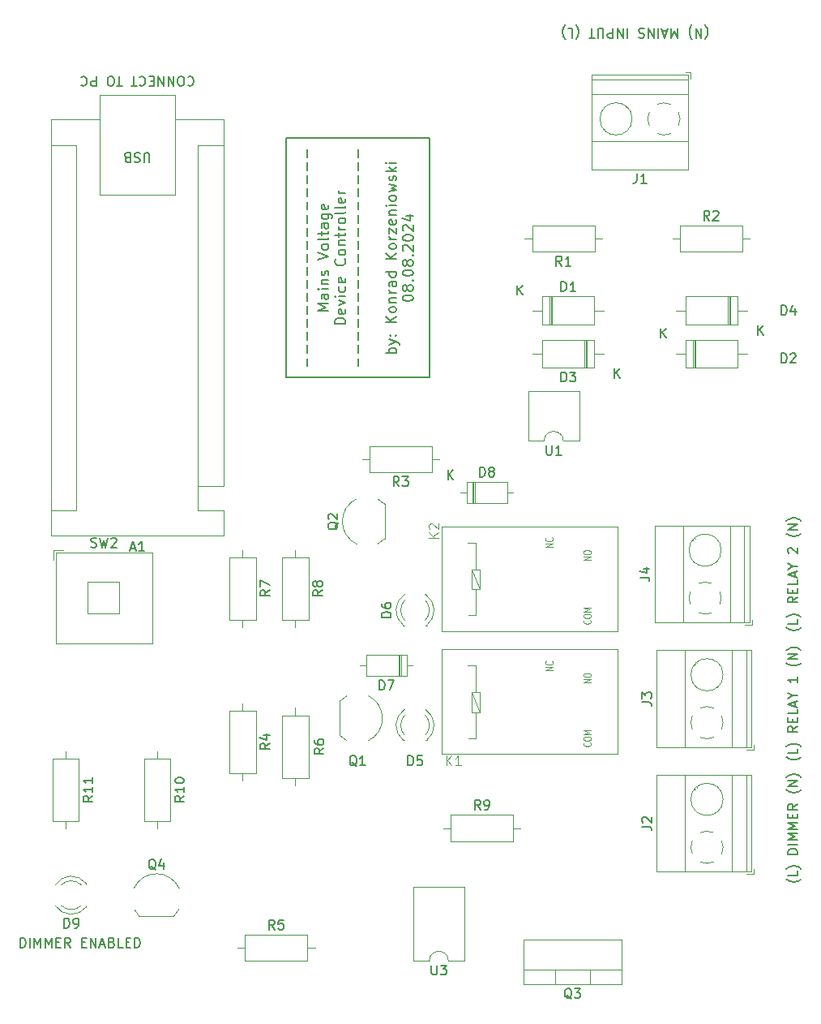
<source format=gbr>
%TF.GenerationSoftware,KiCad,Pcbnew,8.0.3*%
%TF.CreationDate,2024-08-09T13:49:10+02:00*%
%TF.ProjectId,230V_controller,32333056-5f63-46f6-9e74-726f6c6c6572,rev?*%
%TF.SameCoordinates,Original*%
%TF.FileFunction,Legend,Top*%
%TF.FilePolarity,Positive*%
%FSLAX46Y46*%
G04 Gerber Fmt 4.6, Leading zero omitted, Abs format (unit mm)*
G04 Created by KiCad (PCBNEW 8.0.3) date 2024-08-09 13:49:10*
%MOMM*%
%LPD*%
G01*
G04 APERTURE LIST*
%ADD10C,0.150000*%
%ADD11C,0.200000*%
%ADD12C,0.100000*%
%ADD13C,0.120000*%
G04 APERTURE END LIST*
D10*
X202500000Y-56000000D02*
X217500000Y-56000000D01*
X217500000Y-81000000D01*
X202500000Y-81000000D01*
X202500000Y-56000000D01*
X174761905Y-140454819D02*
X174761905Y-139454819D01*
X174761905Y-139454819D02*
X175000000Y-139454819D01*
X175000000Y-139454819D02*
X175142857Y-139502438D01*
X175142857Y-139502438D02*
X175238095Y-139597676D01*
X175238095Y-139597676D02*
X175285714Y-139692914D01*
X175285714Y-139692914D02*
X175333333Y-139883390D01*
X175333333Y-139883390D02*
X175333333Y-140026247D01*
X175333333Y-140026247D02*
X175285714Y-140216723D01*
X175285714Y-140216723D02*
X175238095Y-140311961D01*
X175238095Y-140311961D02*
X175142857Y-140407200D01*
X175142857Y-140407200D02*
X175000000Y-140454819D01*
X175000000Y-140454819D02*
X174761905Y-140454819D01*
X175761905Y-140454819D02*
X175761905Y-139454819D01*
X176238095Y-140454819D02*
X176238095Y-139454819D01*
X176238095Y-139454819D02*
X176571428Y-140169104D01*
X176571428Y-140169104D02*
X176904761Y-139454819D01*
X176904761Y-139454819D02*
X176904761Y-140454819D01*
X177380952Y-140454819D02*
X177380952Y-139454819D01*
X177380952Y-139454819D02*
X177714285Y-140169104D01*
X177714285Y-140169104D02*
X178047618Y-139454819D01*
X178047618Y-139454819D02*
X178047618Y-140454819D01*
X178523809Y-139931009D02*
X178857142Y-139931009D01*
X178999999Y-140454819D02*
X178523809Y-140454819D01*
X178523809Y-140454819D02*
X178523809Y-139454819D01*
X178523809Y-139454819D02*
X178999999Y-139454819D01*
X179999999Y-140454819D02*
X179666666Y-139978628D01*
X179428571Y-140454819D02*
X179428571Y-139454819D01*
X179428571Y-139454819D02*
X179809523Y-139454819D01*
X179809523Y-139454819D02*
X179904761Y-139502438D01*
X179904761Y-139502438D02*
X179952380Y-139550057D01*
X179952380Y-139550057D02*
X179999999Y-139645295D01*
X179999999Y-139645295D02*
X179999999Y-139788152D01*
X179999999Y-139788152D02*
X179952380Y-139883390D01*
X179952380Y-139883390D02*
X179904761Y-139931009D01*
X179904761Y-139931009D02*
X179809523Y-139978628D01*
X179809523Y-139978628D02*
X179428571Y-139978628D01*
X181190476Y-139931009D02*
X181523809Y-139931009D01*
X181666666Y-140454819D02*
X181190476Y-140454819D01*
X181190476Y-140454819D02*
X181190476Y-139454819D01*
X181190476Y-139454819D02*
X181666666Y-139454819D01*
X182095238Y-140454819D02*
X182095238Y-139454819D01*
X182095238Y-139454819D02*
X182666666Y-140454819D01*
X182666666Y-140454819D02*
X182666666Y-139454819D01*
X183095238Y-140169104D02*
X183571428Y-140169104D01*
X183000000Y-140454819D02*
X183333333Y-139454819D01*
X183333333Y-139454819D02*
X183666666Y-140454819D01*
X184333333Y-139931009D02*
X184476190Y-139978628D01*
X184476190Y-139978628D02*
X184523809Y-140026247D01*
X184523809Y-140026247D02*
X184571428Y-140121485D01*
X184571428Y-140121485D02*
X184571428Y-140264342D01*
X184571428Y-140264342D02*
X184523809Y-140359580D01*
X184523809Y-140359580D02*
X184476190Y-140407200D01*
X184476190Y-140407200D02*
X184380952Y-140454819D01*
X184380952Y-140454819D02*
X184000000Y-140454819D01*
X184000000Y-140454819D02*
X184000000Y-139454819D01*
X184000000Y-139454819D02*
X184333333Y-139454819D01*
X184333333Y-139454819D02*
X184428571Y-139502438D01*
X184428571Y-139502438D02*
X184476190Y-139550057D01*
X184476190Y-139550057D02*
X184523809Y-139645295D01*
X184523809Y-139645295D02*
X184523809Y-139740533D01*
X184523809Y-139740533D02*
X184476190Y-139835771D01*
X184476190Y-139835771D02*
X184428571Y-139883390D01*
X184428571Y-139883390D02*
X184333333Y-139931009D01*
X184333333Y-139931009D02*
X184000000Y-139931009D01*
X185476190Y-140454819D02*
X185000000Y-140454819D01*
X185000000Y-140454819D02*
X185000000Y-139454819D01*
X185809524Y-139931009D02*
X186142857Y-139931009D01*
X186285714Y-140454819D02*
X185809524Y-140454819D01*
X185809524Y-140454819D02*
X185809524Y-139454819D01*
X185809524Y-139454819D02*
X186285714Y-139454819D01*
X186714286Y-140454819D02*
X186714286Y-139454819D01*
X186714286Y-139454819D02*
X186952381Y-139454819D01*
X186952381Y-139454819D02*
X187095238Y-139502438D01*
X187095238Y-139502438D02*
X187190476Y-139597676D01*
X187190476Y-139597676D02*
X187238095Y-139692914D01*
X187238095Y-139692914D02*
X187285714Y-139883390D01*
X187285714Y-139883390D02*
X187285714Y-140026247D01*
X187285714Y-140026247D02*
X187238095Y-140216723D01*
X187238095Y-140216723D02*
X187190476Y-140311961D01*
X187190476Y-140311961D02*
X187095238Y-140407200D01*
X187095238Y-140407200D02*
X186952381Y-140454819D01*
X186952381Y-140454819D02*
X186714286Y-140454819D01*
X192261905Y-49640419D02*
X192309524Y-49592800D01*
X192309524Y-49592800D02*
X192452381Y-49545180D01*
X192452381Y-49545180D02*
X192547619Y-49545180D01*
X192547619Y-49545180D02*
X192690476Y-49592800D01*
X192690476Y-49592800D02*
X192785714Y-49688038D01*
X192785714Y-49688038D02*
X192833333Y-49783276D01*
X192833333Y-49783276D02*
X192880952Y-49973752D01*
X192880952Y-49973752D02*
X192880952Y-50116609D01*
X192880952Y-50116609D02*
X192833333Y-50307085D01*
X192833333Y-50307085D02*
X192785714Y-50402323D01*
X192785714Y-50402323D02*
X192690476Y-50497561D01*
X192690476Y-50497561D02*
X192547619Y-50545180D01*
X192547619Y-50545180D02*
X192452381Y-50545180D01*
X192452381Y-50545180D02*
X192309524Y-50497561D01*
X192309524Y-50497561D02*
X192261905Y-50449942D01*
X191642857Y-50545180D02*
X191452381Y-50545180D01*
X191452381Y-50545180D02*
X191357143Y-50497561D01*
X191357143Y-50497561D02*
X191261905Y-50402323D01*
X191261905Y-50402323D02*
X191214286Y-50211847D01*
X191214286Y-50211847D02*
X191214286Y-49878514D01*
X191214286Y-49878514D02*
X191261905Y-49688038D01*
X191261905Y-49688038D02*
X191357143Y-49592800D01*
X191357143Y-49592800D02*
X191452381Y-49545180D01*
X191452381Y-49545180D02*
X191642857Y-49545180D01*
X191642857Y-49545180D02*
X191738095Y-49592800D01*
X191738095Y-49592800D02*
X191833333Y-49688038D01*
X191833333Y-49688038D02*
X191880952Y-49878514D01*
X191880952Y-49878514D02*
X191880952Y-50211847D01*
X191880952Y-50211847D02*
X191833333Y-50402323D01*
X191833333Y-50402323D02*
X191738095Y-50497561D01*
X191738095Y-50497561D02*
X191642857Y-50545180D01*
X190785714Y-49545180D02*
X190785714Y-50545180D01*
X190785714Y-50545180D02*
X190214286Y-49545180D01*
X190214286Y-49545180D02*
X190214286Y-50545180D01*
X189738095Y-49545180D02*
X189738095Y-50545180D01*
X189738095Y-50545180D02*
X189166667Y-49545180D01*
X189166667Y-49545180D02*
X189166667Y-50545180D01*
X188690476Y-50068990D02*
X188357143Y-50068990D01*
X188214286Y-49545180D02*
X188690476Y-49545180D01*
X188690476Y-49545180D02*
X188690476Y-50545180D01*
X188690476Y-50545180D02*
X188214286Y-50545180D01*
X187214286Y-49640419D02*
X187261905Y-49592800D01*
X187261905Y-49592800D02*
X187404762Y-49545180D01*
X187404762Y-49545180D02*
X187500000Y-49545180D01*
X187500000Y-49545180D02*
X187642857Y-49592800D01*
X187642857Y-49592800D02*
X187738095Y-49688038D01*
X187738095Y-49688038D02*
X187785714Y-49783276D01*
X187785714Y-49783276D02*
X187833333Y-49973752D01*
X187833333Y-49973752D02*
X187833333Y-50116609D01*
X187833333Y-50116609D02*
X187785714Y-50307085D01*
X187785714Y-50307085D02*
X187738095Y-50402323D01*
X187738095Y-50402323D02*
X187642857Y-50497561D01*
X187642857Y-50497561D02*
X187500000Y-50545180D01*
X187500000Y-50545180D02*
X187404762Y-50545180D01*
X187404762Y-50545180D02*
X187261905Y-50497561D01*
X187261905Y-50497561D02*
X187214286Y-50449942D01*
X186928571Y-50545180D02*
X186357143Y-50545180D01*
X186642857Y-49545180D02*
X186642857Y-50545180D01*
X185404761Y-50545180D02*
X184833333Y-50545180D01*
X185119047Y-49545180D02*
X185119047Y-50545180D01*
X184309523Y-50545180D02*
X184119047Y-50545180D01*
X184119047Y-50545180D02*
X184023809Y-50497561D01*
X184023809Y-50497561D02*
X183928571Y-50402323D01*
X183928571Y-50402323D02*
X183880952Y-50211847D01*
X183880952Y-50211847D02*
X183880952Y-49878514D01*
X183880952Y-49878514D02*
X183928571Y-49688038D01*
X183928571Y-49688038D02*
X184023809Y-49592800D01*
X184023809Y-49592800D02*
X184119047Y-49545180D01*
X184119047Y-49545180D02*
X184309523Y-49545180D01*
X184309523Y-49545180D02*
X184404761Y-49592800D01*
X184404761Y-49592800D02*
X184499999Y-49688038D01*
X184499999Y-49688038D02*
X184547618Y-49878514D01*
X184547618Y-49878514D02*
X184547618Y-50211847D01*
X184547618Y-50211847D02*
X184499999Y-50402323D01*
X184499999Y-50402323D02*
X184404761Y-50497561D01*
X184404761Y-50497561D02*
X184309523Y-50545180D01*
X182690475Y-49545180D02*
X182690475Y-50545180D01*
X182690475Y-50545180D02*
X182309523Y-50545180D01*
X182309523Y-50545180D02*
X182214285Y-50497561D01*
X182214285Y-50497561D02*
X182166666Y-50449942D01*
X182166666Y-50449942D02*
X182119047Y-50354704D01*
X182119047Y-50354704D02*
X182119047Y-50211847D01*
X182119047Y-50211847D02*
X182166666Y-50116609D01*
X182166666Y-50116609D02*
X182214285Y-50068990D01*
X182214285Y-50068990D02*
X182309523Y-50021371D01*
X182309523Y-50021371D02*
X182690475Y-50021371D01*
X181119047Y-49640419D02*
X181166666Y-49592800D01*
X181166666Y-49592800D02*
X181309523Y-49545180D01*
X181309523Y-49545180D02*
X181404761Y-49545180D01*
X181404761Y-49545180D02*
X181547618Y-49592800D01*
X181547618Y-49592800D02*
X181642856Y-49688038D01*
X181642856Y-49688038D02*
X181690475Y-49783276D01*
X181690475Y-49783276D02*
X181738094Y-49973752D01*
X181738094Y-49973752D02*
X181738094Y-50116609D01*
X181738094Y-50116609D02*
X181690475Y-50307085D01*
X181690475Y-50307085D02*
X181642856Y-50402323D01*
X181642856Y-50402323D02*
X181547618Y-50497561D01*
X181547618Y-50497561D02*
X181404761Y-50545180D01*
X181404761Y-50545180D02*
X181309523Y-50545180D01*
X181309523Y-50545180D02*
X181166666Y-50497561D01*
X181166666Y-50497561D02*
X181119047Y-50449942D01*
D11*
X204766619Y-79814287D02*
X204766619Y-78976192D01*
X204766619Y-78452382D02*
X204766619Y-77614287D01*
X204766619Y-77090477D02*
X204766619Y-76252382D01*
X204766619Y-75728572D02*
X204766619Y-74890477D01*
X204766619Y-74366667D02*
X204766619Y-73528572D01*
X204766619Y-73004762D02*
X204766619Y-72166667D01*
X204766619Y-71642857D02*
X204766619Y-70804762D01*
X204766619Y-70280952D02*
X204766619Y-69442857D01*
X204766619Y-68919047D02*
X204766619Y-68080952D01*
X204766619Y-67557142D02*
X204766619Y-66719047D01*
X204766619Y-66195237D02*
X204766619Y-65357142D01*
X204766619Y-64833332D02*
X204766619Y-63995237D01*
X204766619Y-63471427D02*
X204766619Y-62633332D01*
X204766619Y-62109522D02*
X204766619Y-61271427D01*
X204766619Y-60747617D02*
X204766619Y-59909522D01*
X204766619Y-59385712D02*
X204766619Y-58547617D01*
X204766619Y-58023807D02*
X204766619Y-57185712D01*
X206956604Y-74026189D02*
X205856604Y-74026189D01*
X205856604Y-74026189D02*
X206642319Y-73659522D01*
X206642319Y-73659522D02*
X205856604Y-73292855D01*
X205856604Y-73292855D02*
X206956604Y-73292855D01*
X206956604Y-72297617D02*
X206380414Y-72297617D01*
X206380414Y-72297617D02*
X206275652Y-72349998D01*
X206275652Y-72349998D02*
X206223271Y-72454760D01*
X206223271Y-72454760D02*
X206223271Y-72664284D01*
X206223271Y-72664284D02*
X206275652Y-72769046D01*
X206904224Y-72297617D02*
X206956604Y-72402379D01*
X206956604Y-72402379D02*
X206956604Y-72664284D01*
X206956604Y-72664284D02*
X206904224Y-72769046D01*
X206904224Y-72769046D02*
X206799462Y-72821427D01*
X206799462Y-72821427D02*
X206694700Y-72821427D01*
X206694700Y-72821427D02*
X206589938Y-72769046D01*
X206589938Y-72769046D02*
X206537557Y-72664284D01*
X206537557Y-72664284D02*
X206537557Y-72402379D01*
X206537557Y-72402379D02*
X206485176Y-72297617D01*
X206956604Y-71773808D02*
X206223271Y-71773808D01*
X205856604Y-71773808D02*
X205908985Y-71826189D01*
X205908985Y-71826189D02*
X205961366Y-71773808D01*
X205961366Y-71773808D02*
X205908985Y-71721427D01*
X205908985Y-71721427D02*
X205856604Y-71773808D01*
X205856604Y-71773808D02*
X205961366Y-71773808D01*
X206223271Y-71249998D02*
X206956604Y-71249998D01*
X206328033Y-71249998D02*
X206275652Y-71197617D01*
X206275652Y-71197617D02*
X206223271Y-71092855D01*
X206223271Y-71092855D02*
X206223271Y-70935712D01*
X206223271Y-70935712D02*
X206275652Y-70830950D01*
X206275652Y-70830950D02*
X206380414Y-70778569D01*
X206380414Y-70778569D02*
X206956604Y-70778569D01*
X206904224Y-70307141D02*
X206956604Y-70202379D01*
X206956604Y-70202379D02*
X206956604Y-69992855D01*
X206956604Y-69992855D02*
X206904224Y-69888093D01*
X206904224Y-69888093D02*
X206799462Y-69835712D01*
X206799462Y-69835712D02*
X206747081Y-69835712D01*
X206747081Y-69835712D02*
X206642319Y-69888093D01*
X206642319Y-69888093D02*
X206589938Y-69992855D01*
X206589938Y-69992855D02*
X206589938Y-70149998D01*
X206589938Y-70149998D02*
X206537557Y-70254760D01*
X206537557Y-70254760D02*
X206432795Y-70307141D01*
X206432795Y-70307141D02*
X206380414Y-70307141D01*
X206380414Y-70307141D02*
X206275652Y-70254760D01*
X206275652Y-70254760D02*
X206223271Y-70149998D01*
X206223271Y-70149998D02*
X206223271Y-69992855D01*
X206223271Y-69992855D02*
X206275652Y-69888093D01*
X205856604Y-68683332D02*
X206956604Y-68316665D01*
X206956604Y-68316665D02*
X205856604Y-67949998D01*
X206956604Y-67426189D02*
X206904224Y-67530951D01*
X206904224Y-67530951D02*
X206851843Y-67583332D01*
X206851843Y-67583332D02*
X206747081Y-67635713D01*
X206747081Y-67635713D02*
X206432795Y-67635713D01*
X206432795Y-67635713D02*
X206328033Y-67583332D01*
X206328033Y-67583332D02*
X206275652Y-67530951D01*
X206275652Y-67530951D02*
X206223271Y-67426189D01*
X206223271Y-67426189D02*
X206223271Y-67269046D01*
X206223271Y-67269046D02*
X206275652Y-67164284D01*
X206275652Y-67164284D02*
X206328033Y-67111903D01*
X206328033Y-67111903D02*
X206432795Y-67059522D01*
X206432795Y-67059522D02*
X206747081Y-67059522D01*
X206747081Y-67059522D02*
X206851843Y-67111903D01*
X206851843Y-67111903D02*
X206904224Y-67164284D01*
X206904224Y-67164284D02*
X206956604Y-67269046D01*
X206956604Y-67269046D02*
X206956604Y-67426189D01*
X206956604Y-66430951D02*
X206904224Y-66535713D01*
X206904224Y-66535713D02*
X206799462Y-66588094D01*
X206799462Y-66588094D02*
X205856604Y-66588094D01*
X206223271Y-66169047D02*
X206223271Y-65749999D01*
X205856604Y-66011904D02*
X206799462Y-66011904D01*
X206799462Y-66011904D02*
X206904224Y-65959523D01*
X206904224Y-65959523D02*
X206956604Y-65854761D01*
X206956604Y-65854761D02*
X206956604Y-65749999D01*
X206956604Y-64911904D02*
X206380414Y-64911904D01*
X206380414Y-64911904D02*
X206275652Y-64964285D01*
X206275652Y-64964285D02*
X206223271Y-65069047D01*
X206223271Y-65069047D02*
X206223271Y-65278571D01*
X206223271Y-65278571D02*
X206275652Y-65383333D01*
X206904224Y-64911904D02*
X206956604Y-65016666D01*
X206956604Y-65016666D02*
X206956604Y-65278571D01*
X206956604Y-65278571D02*
X206904224Y-65383333D01*
X206904224Y-65383333D02*
X206799462Y-65435714D01*
X206799462Y-65435714D02*
X206694700Y-65435714D01*
X206694700Y-65435714D02*
X206589938Y-65383333D01*
X206589938Y-65383333D02*
X206537557Y-65278571D01*
X206537557Y-65278571D02*
X206537557Y-65016666D01*
X206537557Y-65016666D02*
X206485176Y-64911904D01*
X206223271Y-63916666D02*
X207113747Y-63916666D01*
X207113747Y-63916666D02*
X207218509Y-63969047D01*
X207218509Y-63969047D02*
X207270890Y-64021428D01*
X207270890Y-64021428D02*
X207323271Y-64126190D01*
X207323271Y-64126190D02*
X207323271Y-64283333D01*
X207323271Y-64283333D02*
X207270890Y-64388095D01*
X206904224Y-63916666D02*
X206956604Y-64021428D01*
X206956604Y-64021428D02*
X206956604Y-64230952D01*
X206956604Y-64230952D02*
X206904224Y-64335714D01*
X206904224Y-64335714D02*
X206851843Y-64388095D01*
X206851843Y-64388095D02*
X206747081Y-64440476D01*
X206747081Y-64440476D02*
X206432795Y-64440476D01*
X206432795Y-64440476D02*
X206328033Y-64388095D01*
X206328033Y-64388095D02*
X206275652Y-64335714D01*
X206275652Y-64335714D02*
X206223271Y-64230952D01*
X206223271Y-64230952D02*
X206223271Y-64021428D01*
X206223271Y-64021428D02*
X206275652Y-63916666D01*
X206904224Y-62973809D02*
X206956604Y-63078571D01*
X206956604Y-63078571D02*
X206956604Y-63288095D01*
X206956604Y-63288095D02*
X206904224Y-63392857D01*
X206904224Y-63392857D02*
X206799462Y-63445238D01*
X206799462Y-63445238D02*
X206380414Y-63445238D01*
X206380414Y-63445238D02*
X206275652Y-63392857D01*
X206275652Y-63392857D02*
X206223271Y-63288095D01*
X206223271Y-63288095D02*
X206223271Y-63078571D01*
X206223271Y-63078571D02*
X206275652Y-62973809D01*
X206275652Y-62973809D02*
X206380414Y-62921428D01*
X206380414Y-62921428D02*
X206485176Y-62921428D01*
X206485176Y-62921428D02*
X206589938Y-63445238D01*
X208727542Y-75388093D02*
X207627542Y-75388093D01*
X207627542Y-75388093D02*
X207627542Y-75126188D01*
X207627542Y-75126188D02*
X207679923Y-74969045D01*
X207679923Y-74969045D02*
X207784685Y-74864283D01*
X207784685Y-74864283D02*
X207889447Y-74811902D01*
X207889447Y-74811902D02*
X208098971Y-74759521D01*
X208098971Y-74759521D02*
X208256114Y-74759521D01*
X208256114Y-74759521D02*
X208465638Y-74811902D01*
X208465638Y-74811902D02*
X208570400Y-74864283D01*
X208570400Y-74864283D02*
X208675162Y-74969045D01*
X208675162Y-74969045D02*
X208727542Y-75126188D01*
X208727542Y-75126188D02*
X208727542Y-75388093D01*
X208675162Y-73869045D02*
X208727542Y-73973807D01*
X208727542Y-73973807D02*
X208727542Y-74183331D01*
X208727542Y-74183331D02*
X208675162Y-74288093D01*
X208675162Y-74288093D02*
X208570400Y-74340474D01*
X208570400Y-74340474D02*
X208151352Y-74340474D01*
X208151352Y-74340474D02*
X208046590Y-74288093D01*
X208046590Y-74288093D02*
X207994209Y-74183331D01*
X207994209Y-74183331D02*
X207994209Y-73973807D01*
X207994209Y-73973807D02*
X208046590Y-73869045D01*
X208046590Y-73869045D02*
X208151352Y-73816664D01*
X208151352Y-73816664D02*
X208256114Y-73816664D01*
X208256114Y-73816664D02*
X208360876Y-74340474D01*
X207994209Y-73449998D02*
X208727542Y-73188093D01*
X208727542Y-73188093D02*
X207994209Y-72926188D01*
X208727542Y-72507141D02*
X207994209Y-72507141D01*
X207627542Y-72507141D02*
X207679923Y-72559522D01*
X207679923Y-72559522D02*
X207732304Y-72507141D01*
X207732304Y-72507141D02*
X207679923Y-72454760D01*
X207679923Y-72454760D02*
X207627542Y-72507141D01*
X207627542Y-72507141D02*
X207732304Y-72507141D01*
X208675162Y-71511902D02*
X208727542Y-71616664D01*
X208727542Y-71616664D02*
X208727542Y-71826188D01*
X208727542Y-71826188D02*
X208675162Y-71930950D01*
X208675162Y-71930950D02*
X208622781Y-71983331D01*
X208622781Y-71983331D02*
X208518019Y-72035712D01*
X208518019Y-72035712D02*
X208203733Y-72035712D01*
X208203733Y-72035712D02*
X208098971Y-71983331D01*
X208098971Y-71983331D02*
X208046590Y-71930950D01*
X208046590Y-71930950D02*
X207994209Y-71826188D01*
X207994209Y-71826188D02*
X207994209Y-71616664D01*
X207994209Y-71616664D02*
X208046590Y-71511902D01*
X208675162Y-70621426D02*
X208727542Y-70726188D01*
X208727542Y-70726188D02*
X208727542Y-70935712D01*
X208727542Y-70935712D02*
X208675162Y-71040474D01*
X208675162Y-71040474D02*
X208570400Y-71092855D01*
X208570400Y-71092855D02*
X208151352Y-71092855D01*
X208151352Y-71092855D02*
X208046590Y-71040474D01*
X208046590Y-71040474D02*
X207994209Y-70935712D01*
X207994209Y-70935712D02*
X207994209Y-70726188D01*
X207994209Y-70726188D02*
X208046590Y-70621426D01*
X208046590Y-70621426D02*
X208151352Y-70569045D01*
X208151352Y-70569045D02*
X208256114Y-70569045D01*
X208256114Y-70569045D02*
X208360876Y-71092855D01*
X208622781Y-68630950D02*
X208675162Y-68683331D01*
X208675162Y-68683331D02*
X208727542Y-68840474D01*
X208727542Y-68840474D02*
X208727542Y-68945236D01*
X208727542Y-68945236D02*
X208675162Y-69102379D01*
X208675162Y-69102379D02*
X208570400Y-69207141D01*
X208570400Y-69207141D02*
X208465638Y-69259522D01*
X208465638Y-69259522D02*
X208256114Y-69311903D01*
X208256114Y-69311903D02*
X208098971Y-69311903D01*
X208098971Y-69311903D02*
X207889447Y-69259522D01*
X207889447Y-69259522D02*
X207784685Y-69207141D01*
X207784685Y-69207141D02*
X207679923Y-69102379D01*
X207679923Y-69102379D02*
X207627542Y-68945236D01*
X207627542Y-68945236D02*
X207627542Y-68840474D01*
X207627542Y-68840474D02*
X207679923Y-68683331D01*
X207679923Y-68683331D02*
X207732304Y-68630950D01*
X208727542Y-68002379D02*
X208675162Y-68107141D01*
X208675162Y-68107141D02*
X208622781Y-68159522D01*
X208622781Y-68159522D02*
X208518019Y-68211903D01*
X208518019Y-68211903D02*
X208203733Y-68211903D01*
X208203733Y-68211903D02*
X208098971Y-68159522D01*
X208098971Y-68159522D02*
X208046590Y-68107141D01*
X208046590Y-68107141D02*
X207994209Y-68002379D01*
X207994209Y-68002379D02*
X207994209Y-67845236D01*
X207994209Y-67845236D02*
X208046590Y-67740474D01*
X208046590Y-67740474D02*
X208098971Y-67688093D01*
X208098971Y-67688093D02*
X208203733Y-67635712D01*
X208203733Y-67635712D02*
X208518019Y-67635712D01*
X208518019Y-67635712D02*
X208622781Y-67688093D01*
X208622781Y-67688093D02*
X208675162Y-67740474D01*
X208675162Y-67740474D02*
X208727542Y-67845236D01*
X208727542Y-67845236D02*
X208727542Y-68002379D01*
X207994209Y-67164284D02*
X208727542Y-67164284D01*
X208098971Y-67164284D02*
X208046590Y-67111903D01*
X208046590Y-67111903D02*
X207994209Y-67007141D01*
X207994209Y-67007141D02*
X207994209Y-66849998D01*
X207994209Y-66849998D02*
X208046590Y-66745236D01*
X208046590Y-66745236D02*
X208151352Y-66692855D01*
X208151352Y-66692855D02*
X208727542Y-66692855D01*
X207994209Y-66326189D02*
X207994209Y-65907141D01*
X207627542Y-66169046D02*
X208570400Y-66169046D01*
X208570400Y-66169046D02*
X208675162Y-66116665D01*
X208675162Y-66116665D02*
X208727542Y-66011903D01*
X208727542Y-66011903D02*
X208727542Y-65907141D01*
X208727542Y-65540475D02*
X207994209Y-65540475D01*
X208203733Y-65540475D02*
X208098971Y-65488094D01*
X208098971Y-65488094D02*
X208046590Y-65435713D01*
X208046590Y-65435713D02*
X207994209Y-65330951D01*
X207994209Y-65330951D02*
X207994209Y-65226189D01*
X208727542Y-64702380D02*
X208675162Y-64807142D01*
X208675162Y-64807142D02*
X208622781Y-64859523D01*
X208622781Y-64859523D02*
X208518019Y-64911904D01*
X208518019Y-64911904D02*
X208203733Y-64911904D01*
X208203733Y-64911904D02*
X208098971Y-64859523D01*
X208098971Y-64859523D02*
X208046590Y-64807142D01*
X208046590Y-64807142D02*
X207994209Y-64702380D01*
X207994209Y-64702380D02*
X207994209Y-64545237D01*
X207994209Y-64545237D02*
X208046590Y-64440475D01*
X208046590Y-64440475D02*
X208098971Y-64388094D01*
X208098971Y-64388094D02*
X208203733Y-64335713D01*
X208203733Y-64335713D02*
X208518019Y-64335713D01*
X208518019Y-64335713D02*
X208622781Y-64388094D01*
X208622781Y-64388094D02*
X208675162Y-64440475D01*
X208675162Y-64440475D02*
X208727542Y-64545237D01*
X208727542Y-64545237D02*
X208727542Y-64702380D01*
X208727542Y-63707142D02*
X208675162Y-63811904D01*
X208675162Y-63811904D02*
X208570400Y-63864285D01*
X208570400Y-63864285D02*
X207627542Y-63864285D01*
X208727542Y-63130952D02*
X208675162Y-63235714D01*
X208675162Y-63235714D02*
X208570400Y-63288095D01*
X208570400Y-63288095D02*
X207627542Y-63288095D01*
X208675162Y-62292857D02*
X208727542Y-62397619D01*
X208727542Y-62397619D02*
X208727542Y-62607143D01*
X208727542Y-62607143D02*
X208675162Y-62711905D01*
X208675162Y-62711905D02*
X208570400Y-62764286D01*
X208570400Y-62764286D02*
X208151352Y-62764286D01*
X208151352Y-62764286D02*
X208046590Y-62711905D01*
X208046590Y-62711905D02*
X207994209Y-62607143D01*
X207994209Y-62607143D02*
X207994209Y-62397619D01*
X207994209Y-62397619D02*
X208046590Y-62292857D01*
X208046590Y-62292857D02*
X208151352Y-62240476D01*
X208151352Y-62240476D02*
X208256114Y-62240476D01*
X208256114Y-62240476D02*
X208360876Y-62764286D01*
X208727542Y-61769048D02*
X207994209Y-61769048D01*
X208203733Y-61769048D02*
X208098971Y-61716667D01*
X208098971Y-61716667D02*
X208046590Y-61664286D01*
X208046590Y-61664286D02*
X207994209Y-61559524D01*
X207994209Y-61559524D02*
X207994209Y-61454762D01*
X210079433Y-79814287D02*
X210079433Y-78976192D01*
X210079433Y-78452382D02*
X210079433Y-77614287D01*
X210079433Y-77090477D02*
X210079433Y-76252382D01*
X210079433Y-75728572D02*
X210079433Y-74890477D01*
X210079433Y-74366667D02*
X210079433Y-73528572D01*
X210079433Y-73004762D02*
X210079433Y-72166667D01*
X210079433Y-71642857D02*
X210079433Y-70804762D01*
X210079433Y-70280952D02*
X210079433Y-69442857D01*
X210079433Y-68919047D02*
X210079433Y-68080952D01*
X210079433Y-67557142D02*
X210079433Y-66719047D01*
X210079433Y-66195237D02*
X210079433Y-65357142D01*
X210079433Y-64833332D02*
X210079433Y-63995237D01*
X210079433Y-63471427D02*
X210079433Y-62633332D01*
X210079433Y-62109522D02*
X210079433Y-61271427D01*
X210079433Y-60747617D02*
X210079433Y-59909522D01*
X210079433Y-59385712D02*
X210079433Y-58547617D01*
X210079433Y-58023807D02*
X210079433Y-57185712D01*
X214040356Y-78426189D02*
X212940356Y-78426189D01*
X213359404Y-78426189D02*
X213307023Y-78321427D01*
X213307023Y-78321427D02*
X213307023Y-78111903D01*
X213307023Y-78111903D02*
X213359404Y-78007141D01*
X213359404Y-78007141D02*
X213411785Y-77954760D01*
X213411785Y-77954760D02*
X213516547Y-77902379D01*
X213516547Y-77902379D02*
X213830833Y-77902379D01*
X213830833Y-77902379D02*
X213935595Y-77954760D01*
X213935595Y-77954760D02*
X213987976Y-78007141D01*
X213987976Y-78007141D02*
X214040356Y-78111903D01*
X214040356Y-78111903D02*
X214040356Y-78321427D01*
X214040356Y-78321427D02*
X213987976Y-78426189D01*
X213307023Y-77535713D02*
X214040356Y-77273808D01*
X213307023Y-77011903D02*
X214040356Y-77273808D01*
X214040356Y-77273808D02*
X214302261Y-77378570D01*
X214302261Y-77378570D02*
X214354642Y-77430951D01*
X214354642Y-77430951D02*
X214407023Y-77535713D01*
X213935595Y-76592856D02*
X213987976Y-76540475D01*
X213987976Y-76540475D02*
X214040356Y-76592856D01*
X214040356Y-76592856D02*
X213987976Y-76645237D01*
X213987976Y-76645237D02*
X213935595Y-76592856D01*
X213935595Y-76592856D02*
X214040356Y-76592856D01*
X213359404Y-76592856D02*
X213411785Y-76540475D01*
X213411785Y-76540475D02*
X213464166Y-76592856D01*
X213464166Y-76592856D02*
X213411785Y-76645237D01*
X213411785Y-76645237D02*
X213359404Y-76592856D01*
X213359404Y-76592856D02*
X213464166Y-76592856D01*
X214040356Y-75230951D02*
X212940356Y-75230951D01*
X214040356Y-74602379D02*
X213411785Y-75073808D01*
X212940356Y-74602379D02*
X213568928Y-75230951D01*
X214040356Y-73973808D02*
X213987976Y-74078570D01*
X213987976Y-74078570D02*
X213935595Y-74130951D01*
X213935595Y-74130951D02*
X213830833Y-74183332D01*
X213830833Y-74183332D02*
X213516547Y-74183332D01*
X213516547Y-74183332D02*
X213411785Y-74130951D01*
X213411785Y-74130951D02*
X213359404Y-74078570D01*
X213359404Y-74078570D02*
X213307023Y-73973808D01*
X213307023Y-73973808D02*
X213307023Y-73816665D01*
X213307023Y-73816665D02*
X213359404Y-73711903D01*
X213359404Y-73711903D02*
X213411785Y-73659522D01*
X213411785Y-73659522D02*
X213516547Y-73607141D01*
X213516547Y-73607141D02*
X213830833Y-73607141D01*
X213830833Y-73607141D02*
X213935595Y-73659522D01*
X213935595Y-73659522D02*
X213987976Y-73711903D01*
X213987976Y-73711903D02*
X214040356Y-73816665D01*
X214040356Y-73816665D02*
X214040356Y-73973808D01*
X213307023Y-73135713D02*
X214040356Y-73135713D01*
X213411785Y-73135713D02*
X213359404Y-73083332D01*
X213359404Y-73083332D02*
X213307023Y-72978570D01*
X213307023Y-72978570D02*
X213307023Y-72821427D01*
X213307023Y-72821427D02*
X213359404Y-72716665D01*
X213359404Y-72716665D02*
X213464166Y-72664284D01*
X213464166Y-72664284D02*
X214040356Y-72664284D01*
X214040356Y-72140475D02*
X213307023Y-72140475D01*
X213516547Y-72140475D02*
X213411785Y-72088094D01*
X213411785Y-72088094D02*
X213359404Y-72035713D01*
X213359404Y-72035713D02*
X213307023Y-71930951D01*
X213307023Y-71930951D02*
X213307023Y-71826189D01*
X214040356Y-70988094D02*
X213464166Y-70988094D01*
X213464166Y-70988094D02*
X213359404Y-71040475D01*
X213359404Y-71040475D02*
X213307023Y-71145237D01*
X213307023Y-71145237D02*
X213307023Y-71354761D01*
X213307023Y-71354761D02*
X213359404Y-71459523D01*
X213987976Y-70988094D02*
X214040356Y-71092856D01*
X214040356Y-71092856D02*
X214040356Y-71354761D01*
X214040356Y-71354761D02*
X213987976Y-71459523D01*
X213987976Y-71459523D02*
X213883214Y-71511904D01*
X213883214Y-71511904D02*
X213778452Y-71511904D01*
X213778452Y-71511904D02*
X213673690Y-71459523D01*
X213673690Y-71459523D02*
X213621309Y-71354761D01*
X213621309Y-71354761D02*
X213621309Y-71092856D01*
X213621309Y-71092856D02*
X213568928Y-70988094D01*
X214040356Y-69992856D02*
X212940356Y-69992856D01*
X213987976Y-69992856D02*
X214040356Y-70097618D01*
X214040356Y-70097618D02*
X214040356Y-70307142D01*
X214040356Y-70307142D02*
X213987976Y-70411904D01*
X213987976Y-70411904D02*
X213935595Y-70464285D01*
X213935595Y-70464285D02*
X213830833Y-70516666D01*
X213830833Y-70516666D02*
X213516547Y-70516666D01*
X213516547Y-70516666D02*
X213411785Y-70464285D01*
X213411785Y-70464285D02*
X213359404Y-70411904D01*
X213359404Y-70411904D02*
X213307023Y-70307142D01*
X213307023Y-70307142D02*
X213307023Y-70097618D01*
X213307023Y-70097618D02*
X213359404Y-69992856D01*
X214040356Y-68630952D02*
X212940356Y-68630952D01*
X214040356Y-68002380D02*
X213411785Y-68473809D01*
X212940356Y-68002380D02*
X213568928Y-68630952D01*
X214040356Y-67373809D02*
X213987976Y-67478571D01*
X213987976Y-67478571D02*
X213935595Y-67530952D01*
X213935595Y-67530952D02*
X213830833Y-67583333D01*
X213830833Y-67583333D02*
X213516547Y-67583333D01*
X213516547Y-67583333D02*
X213411785Y-67530952D01*
X213411785Y-67530952D02*
X213359404Y-67478571D01*
X213359404Y-67478571D02*
X213307023Y-67373809D01*
X213307023Y-67373809D02*
X213307023Y-67216666D01*
X213307023Y-67216666D02*
X213359404Y-67111904D01*
X213359404Y-67111904D02*
X213411785Y-67059523D01*
X213411785Y-67059523D02*
X213516547Y-67007142D01*
X213516547Y-67007142D02*
X213830833Y-67007142D01*
X213830833Y-67007142D02*
X213935595Y-67059523D01*
X213935595Y-67059523D02*
X213987976Y-67111904D01*
X213987976Y-67111904D02*
X214040356Y-67216666D01*
X214040356Y-67216666D02*
X214040356Y-67373809D01*
X214040356Y-66535714D02*
X213307023Y-66535714D01*
X213516547Y-66535714D02*
X213411785Y-66483333D01*
X213411785Y-66483333D02*
X213359404Y-66430952D01*
X213359404Y-66430952D02*
X213307023Y-66326190D01*
X213307023Y-66326190D02*
X213307023Y-66221428D01*
X213307023Y-65959524D02*
X213307023Y-65383333D01*
X213307023Y-65383333D02*
X214040356Y-65959524D01*
X214040356Y-65959524D02*
X214040356Y-65383333D01*
X213987976Y-64545238D02*
X214040356Y-64650000D01*
X214040356Y-64650000D02*
X214040356Y-64859524D01*
X214040356Y-64859524D02*
X213987976Y-64964286D01*
X213987976Y-64964286D02*
X213883214Y-65016667D01*
X213883214Y-65016667D02*
X213464166Y-65016667D01*
X213464166Y-65016667D02*
X213359404Y-64964286D01*
X213359404Y-64964286D02*
X213307023Y-64859524D01*
X213307023Y-64859524D02*
X213307023Y-64650000D01*
X213307023Y-64650000D02*
X213359404Y-64545238D01*
X213359404Y-64545238D02*
X213464166Y-64492857D01*
X213464166Y-64492857D02*
X213568928Y-64492857D01*
X213568928Y-64492857D02*
X213673690Y-65016667D01*
X213307023Y-64021429D02*
X214040356Y-64021429D01*
X213411785Y-64021429D02*
X213359404Y-63969048D01*
X213359404Y-63969048D02*
X213307023Y-63864286D01*
X213307023Y-63864286D02*
X213307023Y-63707143D01*
X213307023Y-63707143D02*
X213359404Y-63602381D01*
X213359404Y-63602381D02*
X213464166Y-63550000D01*
X213464166Y-63550000D02*
X214040356Y-63550000D01*
X214040356Y-63026191D02*
X213307023Y-63026191D01*
X212940356Y-63026191D02*
X212992737Y-63078572D01*
X212992737Y-63078572D02*
X213045118Y-63026191D01*
X213045118Y-63026191D02*
X212992737Y-62973810D01*
X212992737Y-62973810D02*
X212940356Y-63026191D01*
X212940356Y-63026191D02*
X213045118Y-63026191D01*
X214040356Y-62345238D02*
X213987976Y-62450000D01*
X213987976Y-62450000D02*
X213935595Y-62502381D01*
X213935595Y-62502381D02*
X213830833Y-62554762D01*
X213830833Y-62554762D02*
X213516547Y-62554762D01*
X213516547Y-62554762D02*
X213411785Y-62502381D01*
X213411785Y-62502381D02*
X213359404Y-62450000D01*
X213359404Y-62450000D02*
X213307023Y-62345238D01*
X213307023Y-62345238D02*
X213307023Y-62188095D01*
X213307023Y-62188095D02*
X213359404Y-62083333D01*
X213359404Y-62083333D02*
X213411785Y-62030952D01*
X213411785Y-62030952D02*
X213516547Y-61978571D01*
X213516547Y-61978571D02*
X213830833Y-61978571D01*
X213830833Y-61978571D02*
X213935595Y-62030952D01*
X213935595Y-62030952D02*
X213987976Y-62083333D01*
X213987976Y-62083333D02*
X214040356Y-62188095D01*
X214040356Y-62188095D02*
X214040356Y-62345238D01*
X213307023Y-61611905D02*
X214040356Y-61402381D01*
X214040356Y-61402381D02*
X213516547Y-61192857D01*
X213516547Y-61192857D02*
X214040356Y-60983333D01*
X214040356Y-60983333D02*
X213307023Y-60773809D01*
X213987976Y-60407143D02*
X214040356Y-60302381D01*
X214040356Y-60302381D02*
X214040356Y-60092857D01*
X214040356Y-60092857D02*
X213987976Y-59988095D01*
X213987976Y-59988095D02*
X213883214Y-59935714D01*
X213883214Y-59935714D02*
X213830833Y-59935714D01*
X213830833Y-59935714D02*
X213726071Y-59988095D01*
X213726071Y-59988095D02*
X213673690Y-60092857D01*
X213673690Y-60092857D02*
X213673690Y-60250000D01*
X213673690Y-60250000D02*
X213621309Y-60354762D01*
X213621309Y-60354762D02*
X213516547Y-60407143D01*
X213516547Y-60407143D02*
X213464166Y-60407143D01*
X213464166Y-60407143D02*
X213359404Y-60354762D01*
X213359404Y-60354762D02*
X213307023Y-60250000D01*
X213307023Y-60250000D02*
X213307023Y-60092857D01*
X213307023Y-60092857D02*
X213359404Y-59988095D01*
X214040356Y-59464286D02*
X212940356Y-59464286D01*
X213621309Y-59359524D02*
X214040356Y-59045238D01*
X213307023Y-59045238D02*
X213726071Y-59464286D01*
X214040356Y-58573810D02*
X213307023Y-58573810D01*
X212940356Y-58573810D02*
X212992737Y-58626191D01*
X212992737Y-58626191D02*
X213045118Y-58573810D01*
X213045118Y-58573810D02*
X212992737Y-58521429D01*
X212992737Y-58521429D02*
X212940356Y-58573810D01*
X212940356Y-58573810D02*
X213045118Y-58573810D01*
X214711294Y-72742857D02*
X214711294Y-72638095D01*
X214711294Y-72638095D02*
X214763675Y-72533333D01*
X214763675Y-72533333D02*
X214816056Y-72480952D01*
X214816056Y-72480952D02*
X214920818Y-72428571D01*
X214920818Y-72428571D02*
X215130342Y-72376190D01*
X215130342Y-72376190D02*
X215392247Y-72376190D01*
X215392247Y-72376190D02*
X215601771Y-72428571D01*
X215601771Y-72428571D02*
X215706533Y-72480952D01*
X215706533Y-72480952D02*
X215758914Y-72533333D01*
X215758914Y-72533333D02*
X215811294Y-72638095D01*
X215811294Y-72638095D02*
X215811294Y-72742857D01*
X215811294Y-72742857D02*
X215758914Y-72847619D01*
X215758914Y-72847619D02*
X215706533Y-72900000D01*
X215706533Y-72900000D02*
X215601771Y-72952381D01*
X215601771Y-72952381D02*
X215392247Y-73004762D01*
X215392247Y-73004762D02*
X215130342Y-73004762D01*
X215130342Y-73004762D02*
X214920818Y-72952381D01*
X214920818Y-72952381D02*
X214816056Y-72900000D01*
X214816056Y-72900000D02*
X214763675Y-72847619D01*
X214763675Y-72847619D02*
X214711294Y-72742857D01*
X215182723Y-71747619D02*
X215130342Y-71852381D01*
X215130342Y-71852381D02*
X215077961Y-71904762D01*
X215077961Y-71904762D02*
X214973199Y-71957143D01*
X214973199Y-71957143D02*
X214920818Y-71957143D01*
X214920818Y-71957143D02*
X214816056Y-71904762D01*
X214816056Y-71904762D02*
X214763675Y-71852381D01*
X214763675Y-71852381D02*
X214711294Y-71747619D01*
X214711294Y-71747619D02*
X214711294Y-71538095D01*
X214711294Y-71538095D02*
X214763675Y-71433333D01*
X214763675Y-71433333D02*
X214816056Y-71380952D01*
X214816056Y-71380952D02*
X214920818Y-71328571D01*
X214920818Y-71328571D02*
X214973199Y-71328571D01*
X214973199Y-71328571D02*
X215077961Y-71380952D01*
X215077961Y-71380952D02*
X215130342Y-71433333D01*
X215130342Y-71433333D02*
X215182723Y-71538095D01*
X215182723Y-71538095D02*
X215182723Y-71747619D01*
X215182723Y-71747619D02*
X215235104Y-71852381D01*
X215235104Y-71852381D02*
X215287485Y-71904762D01*
X215287485Y-71904762D02*
X215392247Y-71957143D01*
X215392247Y-71957143D02*
X215601771Y-71957143D01*
X215601771Y-71957143D02*
X215706533Y-71904762D01*
X215706533Y-71904762D02*
X215758914Y-71852381D01*
X215758914Y-71852381D02*
X215811294Y-71747619D01*
X215811294Y-71747619D02*
X215811294Y-71538095D01*
X215811294Y-71538095D02*
X215758914Y-71433333D01*
X215758914Y-71433333D02*
X215706533Y-71380952D01*
X215706533Y-71380952D02*
X215601771Y-71328571D01*
X215601771Y-71328571D02*
X215392247Y-71328571D01*
X215392247Y-71328571D02*
X215287485Y-71380952D01*
X215287485Y-71380952D02*
X215235104Y-71433333D01*
X215235104Y-71433333D02*
X215182723Y-71538095D01*
X215706533Y-70857143D02*
X215758914Y-70804762D01*
X215758914Y-70804762D02*
X215811294Y-70857143D01*
X215811294Y-70857143D02*
X215758914Y-70909524D01*
X215758914Y-70909524D02*
X215706533Y-70857143D01*
X215706533Y-70857143D02*
X215811294Y-70857143D01*
X214711294Y-70123809D02*
X214711294Y-70019047D01*
X214711294Y-70019047D02*
X214763675Y-69914285D01*
X214763675Y-69914285D02*
X214816056Y-69861904D01*
X214816056Y-69861904D02*
X214920818Y-69809523D01*
X214920818Y-69809523D02*
X215130342Y-69757142D01*
X215130342Y-69757142D02*
X215392247Y-69757142D01*
X215392247Y-69757142D02*
X215601771Y-69809523D01*
X215601771Y-69809523D02*
X215706533Y-69861904D01*
X215706533Y-69861904D02*
X215758914Y-69914285D01*
X215758914Y-69914285D02*
X215811294Y-70019047D01*
X215811294Y-70019047D02*
X215811294Y-70123809D01*
X215811294Y-70123809D02*
X215758914Y-70228571D01*
X215758914Y-70228571D02*
X215706533Y-70280952D01*
X215706533Y-70280952D02*
X215601771Y-70333333D01*
X215601771Y-70333333D02*
X215392247Y-70385714D01*
X215392247Y-70385714D02*
X215130342Y-70385714D01*
X215130342Y-70385714D02*
X214920818Y-70333333D01*
X214920818Y-70333333D02*
X214816056Y-70280952D01*
X214816056Y-70280952D02*
X214763675Y-70228571D01*
X214763675Y-70228571D02*
X214711294Y-70123809D01*
X215182723Y-69128571D02*
X215130342Y-69233333D01*
X215130342Y-69233333D02*
X215077961Y-69285714D01*
X215077961Y-69285714D02*
X214973199Y-69338095D01*
X214973199Y-69338095D02*
X214920818Y-69338095D01*
X214920818Y-69338095D02*
X214816056Y-69285714D01*
X214816056Y-69285714D02*
X214763675Y-69233333D01*
X214763675Y-69233333D02*
X214711294Y-69128571D01*
X214711294Y-69128571D02*
X214711294Y-68919047D01*
X214711294Y-68919047D02*
X214763675Y-68814285D01*
X214763675Y-68814285D02*
X214816056Y-68761904D01*
X214816056Y-68761904D02*
X214920818Y-68709523D01*
X214920818Y-68709523D02*
X214973199Y-68709523D01*
X214973199Y-68709523D02*
X215077961Y-68761904D01*
X215077961Y-68761904D02*
X215130342Y-68814285D01*
X215130342Y-68814285D02*
X215182723Y-68919047D01*
X215182723Y-68919047D02*
X215182723Y-69128571D01*
X215182723Y-69128571D02*
X215235104Y-69233333D01*
X215235104Y-69233333D02*
X215287485Y-69285714D01*
X215287485Y-69285714D02*
X215392247Y-69338095D01*
X215392247Y-69338095D02*
X215601771Y-69338095D01*
X215601771Y-69338095D02*
X215706533Y-69285714D01*
X215706533Y-69285714D02*
X215758914Y-69233333D01*
X215758914Y-69233333D02*
X215811294Y-69128571D01*
X215811294Y-69128571D02*
X215811294Y-68919047D01*
X215811294Y-68919047D02*
X215758914Y-68814285D01*
X215758914Y-68814285D02*
X215706533Y-68761904D01*
X215706533Y-68761904D02*
X215601771Y-68709523D01*
X215601771Y-68709523D02*
X215392247Y-68709523D01*
X215392247Y-68709523D02*
X215287485Y-68761904D01*
X215287485Y-68761904D02*
X215235104Y-68814285D01*
X215235104Y-68814285D02*
X215182723Y-68919047D01*
X215706533Y-68238095D02*
X215758914Y-68185714D01*
X215758914Y-68185714D02*
X215811294Y-68238095D01*
X215811294Y-68238095D02*
X215758914Y-68290476D01*
X215758914Y-68290476D02*
X215706533Y-68238095D01*
X215706533Y-68238095D02*
X215811294Y-68238095D01*
X214816056Y-67766666D02*
X214763675Y-67714285D01*
X214763675Y-67714285D02*
X214711294Y-67609523D01*
X214711294Y-67609523D02*
X214711294Y-67347618D01*
X214711294Y-67347618D02*
X214763675Y-67242856D01*
X214763675Y-67242856D02*
X214816056Y-67190475D01*
X214816056Y-67190475D02*
X214920818Y-67138094D01*
X214920818Y-67138094D02*
X215025580Y-67138094D01*
X215025580Y-67138094D02*
X215182723Y-67190475D01*
X215182723Y-67190475D02*
X215811294Y-67819047D01*
X215811294Y-67819047D02*
X215811294Y-67138094D01*
X214711294Y-66457142D02*
X214711294Y-66352380D01*
X214711294Y-66352380D02*
X214763675Y-66247618D01*
X214763675Y-66247618D02*
X214816056Y-66195237D01*
X214816056Y-66195237D02*
X214920818Y-66142856D01*
X214920818Y-66142856D02*
X215130342Y-66090475D01*
X215130342Y-66090475D02*
X215392247Y-66090475D01*
X215392247Y-66090475D02*
X215601771Y-66142856D01*
X215601771Y-66142856D02*
X215706533Y-66195237D01*
X215706533Y-66195237D02*
X215758914Y-66247618D01*
X215758914Y-66247618D02*
X215811294Y-66352380D01*
X215811294Y-66352380D02*
X215811294Y-66457142D01*
X215811294Y-66457142D02*
X215758914Y-66561904D01*
X215758914Y-66561904D02*
X215706533Y-66614285D01*
X215706533Y-66614285D02*
X215601771Y-66666666D01*
X215601771Y-66666666D02*
X215392247Y-66719047D01*
X215392247Y-66719047D02*
X215130342Y-66719047D01*
X215130342Y-66719047D02*
X214920818Y-66666666D01*
X214920818Y-66666666D02*
X214816056Y-66614285D01*
X214816056Y-66614285D02*
X214763675Y-66561904D01*
X214763675Y-66561904D02*
X214711294Y-66457142D01*
X214816056Y-65671428D02*
X214763675Y-65619047D01*
X214763675Y-65619047D02*
X214711294Y-65514285D01*
X214711294Y-65514285D02*
X214711294Y-65252380D01*
X214711294Y-65252380D02*
X214763675Y-65147618D01*
X214763675Y-65147618D02*
X214816056Y-65095237D01*
X214816056Y-65095237D02*
X214920818Y-65042856D01*
X214920818Y-65042856D02*
X215025580Y-65042856D01*
X215025580Y-65042856D02*
X215182723Y-65095237D01*
X215182723Y-65095237D02*
X215811294Y-65723809D01*
X215811294Y-65723809D02*
X215811294Y-65042856D01*
X215077961Y-64099999D02*
X215811294Y-64099999D01*
X214658914Y-64361904D02*
X215444628Y-64623809D01*
X215444628Y-64623809D02*
X215444628Y-63942856D01*
D12*
X219261905Y-121457419D02*
X219261905Y-120457419D01*
X219833333Y-121457419D02*
X219404762Y-120885990D01*
X219833333Y-120457419D02*
X219261905Y-121028847D01*
X220785714Y-121457419D02*
X220214286Y-121457419D01*
X220500000Y-121457419D02*
X220500000Y-120457419D01*
X220500000Y-120457419D02*
X220404762Y-120600276D01*
X220404762Y-120600276D02*
X220309524Y-120695514D01*
X220309524Y-120695514D02*
X220214286Y-120743133D01*
D10*
X246285714Y-44164228D02*
X246333333Y-44211847D01*
X246333333Y-44211847D02*
X246428571Y-44354704D01*
X246428571Y-44354704D02*
X246476190Y-44449942D01*
X246476190Y-44449942D02*
X246523809Y-44592800D01*
X246523809Y-44592800D02*
X246571428Y-44830895D01*
X246571428Y-44830895D02*
X246571428Y-45021371D01*
X246571428Y-45021371D02*
X246523809Y-45259466D01*
X246523809Y-45259466D02*
X246476190Y-45402323D01*
X246476190Y-45402323D02*
X246428571Y-45497561D01*
X246428571Y-45497561D02*
X246333333Y-45640419D01*
X246333333Y-45640419D02*
X246285714Y-45688038D01*
X245904761Y-44545180D02*
X245904761Y-45545180D01*
X245904761Y-45545180D02*
X245333333Y-44545180D01*
X245333333Y-44545180D02*
X245333333Y-45545180D01*
X244952380Y-44164228D02*
X244904761Y-44211847D01*
X244904761Y-44211847D02*
X244809523Y-44354704D01*
X244809523Y-44354704D02*
X244761904Y-44449942D01*
X244761904Y-44449942D02*
X244714285Y-44592800D01*
X244714285Y-44592800D02*
X244666666Y-44830895D01*
X244666666Y-44830895D02*
X244666666Y-45021371D01*
X244666666Y-45021371D02*
X244714285Y-45259466D01*
X244714285Y-45259466D02*
X244761904Y-45402323D01*
X244761904Y-45402323D02*
X244809523Y-45497561D01*
X244809523Y-45497561D02*
X244904761Y-45640419D01*
X244904761Y-45640419D02*
X244952380Y-45688038D01*
X243428570Y-44545180D02*
X243428570Y-45545180D01*
X243428570Y-45545180D02*
X243095237Y-44830895D01*
X243095237Y-44830895D02*
X242761904Y-45545180D01*
X242761904Y-45545180D02*
X242761904Y-44545180D01*
X242333332Y-44830895D02*
X241857142Y-44830895D01*
X242428570Y-44545180D02*
X242095237Y-45545180D01*
X242095237Y-45545180D02*
X241761904Y-44545180D01*
X241428570Y-44545180D02*
X241428570Y-45545180D01*
X240952380Y-44545180D02*
X240952380Y-45545180D01*
X240952380Y-45545180D02*
X240380952Y-44545180D01*
X240380952Y-44545180D02*
X240380952Y-45545180D01*
X239952380Y-44592800D02*
X239809523Y-44545180D01*
X239809523Y-44545180D02*
X239571428Y-44545180D01*
X239571428Y-44545180D02*
X239476190Y-44592800D01*
X239476190Y-44592800D02*
X239428571Y-44640419D01*
X239428571Y-44640419D02*
X239380952Y-44735657D01*
X239380952Y-44735657D02*
X239380952Y-44830895D01*
X239380952Y-44830895D02*
X239428571Y-44926133D01*
X239428571Y-44926133D02*
X239476190Y-44973752D01*
X239476190Y-44973752D02*
X239571428Y-45021371D01*
X239571428Y-45021371D02*
X239761904Y-45068990D01*
X239761904Y-45068990D02*
X239857142Y-45116609D01*
X239857142Y-45116609D02*
X239904761Y-45164228D01*
X239904761Y-45164228D02*
X239952380Y-45259466D01*
X239952380Y-45259466D02*
X239952380Y-45354704D01*
X239952380Y-45354704D02*
X239904761Y-45449942D01*
X239904761Y-45449942D02*
X239857142Y-45497561D01*
X239857142Y-45497561D02*
X239761904Y-45545180D01*
X239761904Y-45545180D02*
X239523809Y-45545180D01*
X239523809Y-45545180D02*
X239380952Y-45497561D01*
X238190475Y-44545180D02*
X238190475Y-45545180D01*
X237714285Y-44545180D02*
X237714285Y-45545180D01*
X237714285Y-45545180D02*
X237142857Y-44545180D01*
X237142857Y-44545180D02*
X237142857Y-45545180D01*
X236666666Y-44545180D02*
X236666666Y-45545180D01*
X236666666Y-45545180D02*
X236285714Y-45545180D01*
X236285714Y-45545180D02*
X236190476Y-45497561D01*
X236190476Y-45497561D02*
X236142857Y-45449942D01*
X236142857Y-45449942D02*
X236095238Y-45354704D01*
X236095238Y-45354704D02*
X236095238Y-45211847D01*
X236095238Y-45211847D02*
X236142857Y-45116609D01*
X236142857Y-45116609D02*
X236190476Y-45068990D01*
X236190476Y-45068990D02*
X236285714Y-45021371D01*
X236285714Y-45021371D02*
X236666666Y-45021371D01*
X235666666Y-45545180D02*
X235666666Y-44735657D01*
X235666666Y-44735657D02*
X235619047Y-44640419D01*
X235619047Y-44640419D02*
X235571428Y-44592800D01*
X235571428Y-44592800D02*
X235476190Y-44545180D01*
X235476190Y-44545180D02*
X235285714Y-44545180D01*
X235285714Y-44545180D02*
X235190476Y-44592800D01*
X235190476Y-44592800D02*
X235142857Y-44640419D01*
X235142857Y-44640419D02*
X235095238Y-44735657D01*
X235095238Y-44735657D02*
X235095238Y-45545180D01*
X234761904Y-45545180D02*
X234190476Y-45545180D01*
X234476190Y-44545180D02*
X234476190Y-45545180D01*
X232809523Y-44164228D02*
X232857142Y-44211847D01*
X232857142Y-44211847D02*
X232952380Y-44354704D01*
X232952380Y-44354704D02*
X232999999Y-44449942D01*
X232999999Y-44449942D02*
X233047618Y-44592800D01*
X233047618Y-44592800D02*
X233095237Y-44830895D01*
X233095237Y-44830895D02*
X233095237Y-45021371D01*
X233095237Y-45021371D02*
X233047618Y-45259466D01*
X233047618Y-45259466D02*
X232999999Y-45402323D01*
X232999999Y-45402323D02*
X232952380Y-45497561D01*
X232952380Y-45497561D02*
X232857142Y-45640419D01*
X232857142Y-45640419D02*
X232809523Y-45688038D01*
X231952380Y-44545180D02*
X232428570Y-44545180D01*
X232428570Y-44545180D02*
X232428570Y-45545180D01*
X231714284Y-44164228D02*
X231666665Y-44211847D01*
X231666665Y-44211847D02*
X231571427Y-44354704D01*
X231571427Y-44354704D02*
X231523808Y-44449942D01*
X231523808Y-44449942D02*
X231476189Y-44592800D01*
X231476189Y-44592800D02*
X231428570Y-44830895D01*
X231428570Y-44830895D02*
X231428570Y-45021371D01*
X231428570Y-45021371D02*
X231476189Y-45259466D01*
X231476189Y-45259466D02*
X231523808Y-45402323D01*
X231523808Y-45402323D02*
X231571427Y-45497561D01*
X231571427Y-45497561D02*
X231666665Y-45640419D01*
X231666665Y-45640419D02*
X231714284Y-45688038D01*
X256335771Y-107071429D02*
X256288152Y-107119048D01*
X256288152Y-107119048D02*
X256145295Y-107214286D01*
X256145295Y-107214286D02*
X256050057Y-107261905D01*
X256050057Y-107261905D02*
X255907200Y-107309524D01*
X255907200Y-107309524D02*
X255669104Y-107357143D01*
X255669104Y-107357143D02*
X255478628Y-107357143D01*
X255478628Y-107357143D02*
X255240533Y-107309524D01*
X255240533Y-107309524D02*
X255097676Y-107261905D01*
X255097676Y-107261905D02*
X255002438Y-107214286D01*
X255002438Y-107214286D02*
X254859580Y-107119048D01*
X254859580Y-107119048D02*
X254811961Y-107071429D01*
X255954819Y-106214286D02*
X255954819Y-106690476D01*
X255954819Y-106690476D02*
X254954819Y-106690476D01*
X256335771Y-105976190D02*
X256288152Y-105928571D01*
X256288152Y-105928571D02*
X256145295Y-105833333D01*
X256145295Y-105833333D02*
X256050057Y-105785714D01*
X256050057Y-105785714D02*
X255907200Y-105738095D01*
X255907200Y-105738095D02*
X255669104Y-105690476D01*
X255669104Y-105690476D02*
X255478628Y-105690476D01*
X255478628Y-105690476D02*
X255240533Y-105738095D01*
X255240533Y-105738095D02*
X255097676Y-105785714D01*
X255097676Y-105785714D02*
X255002438Y-105833333D01*
X255002438Y-105833333D02*
X254859580Y-105928571D01*
X254859580Y-105928571D02*
X254811961Y-105976190D01*
X255954819Y-103880952D02*
X255478628Y-104214285D01*
X255954819Y-104452380D02*
X254954819Y-104452380D01*
X254954819Y-104452380D02*
X254954819Y-104071428D01*
X254954819Y-104071428D02*
X255002438Y-103976190D01*
X255002438Y-103976190D02*
X255050057Y-103928571D01*
X255050057Y-103928571D02*
X255145295Y-103880952D01*
X255145295Y-103880952D02*
X255288152Y-103880952D01*
X255288152Y-103880952D02*
X255383390Y-103928571D01*
X255383390Y-103928571D02*
X255431009Y-103976190D01*
X255431009Y-103976190D02*
X255478628Y-104071428D01*
X255478628Y-104071428D02*
X255478628Y-104452380D01*
X255431009Y-103452380D02*
X255431009Y-103119047D01*
X255954819Y-102976190D02*
X255954819Y-103452380D01*
X255954819Y-103452380D02*
X254954819Y-103452380D01*
X254954819Y-103452380D02*
X254954819Y-102976190D01*
X255954819Y-102071428D02*
X255954819Y-102547618D01*
X255954819Y-102547618D02*
X254954819Y-102547618D01*
X255669104Y-101785713D02*
X255669104Y-101309523D01*
X255954819Y-101880951D02*
X254954819Y-101547618D01*
X254954819Y-101547618D02*
X255954819Y-101214285D01*
X255478628Y-100690475D02*
X255954819Y-100690475D01*
X254954819Y-101023808D02*
X255478628Y-100690475D01*
X255478628Y-100690475D02*
X254954819Y-100357142D01*
X255050057Y-99309522D02*
X255002438Y-99261903D01*
X255002438Y-99261903D02*
X254954819Y-99166665D01*
X254954819Y-99166665D02*
X254954819Y-98928570D01*
X254954819Y-98928570D02*
X255002438Y-98833332D01*
X255002438Y-98833332D02*
X255050057Y-98785713D01*
X255050057Y-98785713D02*
X255145295Y-98738094D01*
X255145295Y-98738094D02*
X255240533Y-98738094D01*
X255240533Y-98738094D02*
X255383390Y-98785713D01*
X255383390Y-98785713D02*
X255954819Y-99357141D01*
X255954819Y-99357141D02*
X255954819Y-98738094D01*
X256335771Y-97261903D02*
X256288152Y-97309522D01*
X256288152Y-97309522D02*
X256145295Y-97404760D01*
X256145295Y-97404760D02*
X256050057Y-97452379D01*
X256050057Y-97452379D02*
X255907200Y-97499998D01*
X255907200Y-97499998D02*
X255669104Y-97547617D01*
X255669104Y-97547617D02*
X255478628Y-97547617D01*
X255478628Y-97547617D02*
X255240533Y-97499998D01*
X255240533Y-97499998D02*
X255097676Y-97452379D01*
X255097676Y-97452379D02*
X255002438Y-97404760D01*
X255002438Y-97404760D02*
X254859580Y-97309522D01*
X254859580Y-97309522D02*
X254811961Y-97261903D01*
X255954819Y-96880950D02*
X254954819Y-96880950D01*
X254954819Y-96880950D02*
X255954819Y-96309522D01*
X255954819Y-96309522D02*
X254954819Y-96309522D01*
X256335771Y-95928569D02*
X256288152Y-95880950D01*
X256288152Y-95880950D02*
X256145295Y-95785712D01*
X256145295Y-95785712D02*
X256050057Y-95738093D01*
X256050057Y-95738093D02*
X255907200Y-95690474D01*
X255907200Y-95690474D02*
X255669104Y-95642855D01*
X255669104Y-95642855D02*
X255478628Y-95642855D01*
X255478628Y-95642855D02*
X255240533Y-95690474D01*
X255240533Y-95690474D02*
X255097676Y-95738093D01*
X255097676Y-95738093D02*
X255002438Y-95785712D01*
X255002438Y-95785712D02*
X254859580Y-95880950D01*
X254859580Y-95880950D02*
X254811961Y-95928569D01*
X256335771Y-120571429D02*
X256288152Y-120619048D01*
X256288152Y-120619048D02*
X256145295Y-120714286D01*
X256145295Y-120714286D02*
X256050057Y-120761905D01*
X256050057Y-120761905D02*
X255907200Y-120809524D01*
X255907200Y-120809524D02*
X255669104Y-120857143D01*
X255669104Y-120857143D02*
X255478628Y-120857143D01*
X255478628Y-120857143D02*
X255240533Y-120809524D01*
X255240533Y-120809524D02*
X255097676Y-120761905D01*
X255097676Y-120761905D02*
X255002438Y-120714286D01*
X255002438Y-120714286D02*
X254859580Y-120619048D01*
X254859580Y-120619048D02*
X254811961Y-120571429D01*
X255954819Y-119714286D02*
X255954819Y-120190476D01*
X255954819Y-120190476D02*
X254954819Y-120190476D01*
X256335771Y-119476190D02*
X256288152Y-119428571D01*
X256288152Y-119428571D02*
X256145295Y-119333333D01*
X256145295Y-119333333D02*
X256050057Y-119285714D01*
X256050057Y-119285714D02*
X255907200Y-119238095D01*
X255907200Y-119238095D02*
X255669104Y-119190476D01*
X255669104Y-119190476D02*
X255478628Y-119190476D01*
X255478628Y-119190476D02*
X255240533Y-119238095D01*
X255240533Y-119238095D02*
X255097676Y-119285714D01*
X255097676Y-119285714D02*
X255002438Y-119333333D01*
X255002438Y-119333333D02*
X254859580Y-119428571D01*
X254859580Y-119428571D02*
X254811961Y-119476190D01*
X255954819Y-117380952D02*
X255478628Y-117714285D01*
X255954819Y-117952380D02*
X254954819Y-117952380D01*
X254954819Y-117952380D02*
X254954819Y-117571428D01*
X254954819Y-117571428D02*
X255002438Y-117476190D01*
X255002438Y-117476190D02*
X255050057Y-117428571D01*
X255050057Y-117428571D02*
X255145295Y-117380952D01*
X255145295Y-117380952D02*
X255288152Y-117380952D01*
X255288152Y-117380952D02*
X255383390Y-117428571D01*
X255383390Y-117428571D02*
X255431009Y-117476190D01*
X255431009Y-117476190D02*
X255478628Y-117571428D01*
X255478628Y-117571428D02*
X255478628Y-117952380D01*
X255431009Y-116952380D02*
X255431009Y-116619047D01*
X255954819Y-116476190D02*
X255954819Y-116952380D01*
X255954819Y-116952380D02*
X254954819Y-116952380D01*
X254954819Y-116952380D02*
X254954819Y-116476190D01*
X255954819Y-115571428D02*
X255954819Y-116047618D01*
X255954819Y-116047618D02*
X254954819Y-116047618D01*
X255669104Y-115285713D02*
X255669104Y-114809523D01*
X255954819Y-115380951D02*
X254954819Y-115047618D01*
X254954819Y-115047618D02*
X255954819Y-114714285D01*
X255478628Y-114190475D02*
X255954819Y-114190475D01*
X254954819Y-114523808D02*
X255478628Y-114190475D01*
X255478628Y-114190475D02*
X254954819Y-113857142D01*
X255954819Y-112238094D02*
X255954819Y-112809522D01*
X255954819Y-112523808D02*
X254954819Y-112523808D01*
X254954819Y-112523808D02*
X255097676Y-112619046D01*
X255097676Y-112619046D02*
X255192914Y-112714284D01*
X255192914Y-112714284D02*
X255240533Y-112809522D01*
X256335771Y-110761903D02*
X256288152Y-110809522D01*
X256288152Y-110809522D02*
X256145295Y-110904760D01*
X256145295Y-110904760D02*
X256050057Y-110952379D01*
X256050057Y-110952379D02*
X255907200Y-110999998D01*
X255907200Y-110999998D02*
X255669104Y-111047617D01*
X255669104Y-111047617D02*
X255478628Y-111047617D01*
X255478628Y-111047617D02*
X255240533Y-110999998D01*
X255240533Y-110999998D02*
X255097676Y-110952379D01*
X255097676Y-110952379D02*
X255002438Y-110904760D01*
X255002438Y-110904760D02*
X254859580Y-110809522D01*
X254859580Y-110809522D02*
X254811961Y-110761903D01*
X255954819Y-110380950D02*
X254954819Y-110380950D01*
X254954819Y-110380950D02*
X255954819Y-109809522D01*
X255954819Y-109809522D02*
X254954819Y-109809522D01*
X256335771Y-109428569D02*
X256288152Y-109380950D01*
X256288152Y-109380950D02*
X256145295Y-109285712D01*
X256145295Y-109285712D02*
X256050057Y-109238093D01*
X256050057Y-109238093D02*
X255907200Y-109190474D01*
X255907200Y-109190474D02*
X255669104Y-109142855D01*
X255669104Y-109142855D02*
X255478628Y-109142855D01*
X255478628Y-109142855D02*
X255240533Y-109190474D01*
X255240533Y-109190474D02*
X255097676Y-109238093D01*
X255097676Y-109238093D02*
X255002438Y-109285712D01*
X255002438Y-109285712D02*
X254859580Y-109380950D01*
X254859580Y-109380950D02*
X254811961Y-109428569D01*
X256335771Y-133333333D02*
X256288152Y-133380952D01*
X256288152Y-133380952D02*
X256145295Y-133476190D01*
X256145295Y-133476190D02*
X256050057Y-133523809D01*
X256050057Y-133523809D02*
X255907200Y-133571428D01*
X255907200Y-133571428D02*
X255669104Y-133619047D01*
X255669104Y-133619047D02*
X255478628Y-133619047D01*
X255478628Y-133619047D02*
X255240533Y-133571428D01*
X255240533Y-133571428D02*
X255097676Y-133523809D01*
X255097676Y-133523809D02*
X255002438Y-133476190D01*
X255002438Y-133476190D02*
X254859580Y-133380952D01*
X254859580Y-133380952D02*
X254811961Y-133333333D01*
X255954819Y-132476190D02*
X255954819Y-132952380D01*
X255954819Y-132952380D02*
X254954819Y-132952380D01*
X256335771Y-132238094D02*
X256288152Y-132190475D01*
X256288152Y-132190475D02*
X256145295Y-132095237D01*
X256145295Y-132095237D02*
X256050057Y-132047618D01*
X256050057Y-132047618D02*
X255907200Y-131999999D01*
X255907200Y-131999999D02*
X255669104Y-131952380D01*
X255669104Y-131952380D02*
X255478628Y-131952380D01*
X255478628Y-131952380D02*
X255240533Y-131999999D01*
X255240533Y-131999999D02*
X255097676Y-132047618D01*
X255097676Y-132047618D02*
X255002438Y-132095237D01*
X255002438Y-132095237D02*
X254859580Y-132190475D01*
X254859580Y-132190475D02*
X254811961Y-132238094D01*
X255954819Y-130714284D02*
X254954819Y-130714284D01*
X254954819Y-130714284D02*
X254954819Y-130476189D01*
X254954819Y-130476189D02*
X255002438Y-130333332D01*
X255002438Y-130333332D02*
X255097676Y-130238094D01*
X255097676Y-130238094D02*
X255192914Y-130190475D01*
X255192914Y-130190475D02*
X255383390Y-130142856D01*
X255383390Y-130142856D02*
X255526247Y-130142856D01*
X255526247Y-130142856D02*
X255716723Y-130190475D01*
X255716723Y-130190475D02*
X255811961Y-130238094D01*
X255811961Y-130238094D02*
X255907200Y-130333332D01*
X255907200Y-130333332D02*
X255954819Y-130476189D01*
X255954819Y-130476189D02*
X255954819Y-130714284D01*
X255954819Y-129714284D02*
X254954819Y-129714284D01*
X255954819Y-129238094D02*
X254954819Y-129238094D01*
X254954819Y-129238094D02*
X255669104Y-128904761D01*
X255669104Y-128904761D02*
X254954819Y-128571428D01*
X254954819Y-128571428D02*
X255954819Y-128571428D01*
X255954819Y-128095237D02*
X254954819Y-128095237D01*
X254954819Y-128095237D02*
X255669104Y-127761904D01*
X255669104Y-127761904D02*
X254954819Y-127428571D01*
X254954819Y-127428571D02*
X255954819Y-127428571D01*
X255431009Y-126952380D02*
X255431009Y-126619047D01*
X255954819Y-126476190D02*
X255954819Y-126952380D01*
X255954819Y-126952380D02*
X254954819Y-126952380D01*
X254954819Y-126952380D02*
X254954819Y-126476190D01*
X255954819Y-125476190D02*
X255478628Y-125809523D01*
X255954819Y-126047618D02*
X254954819Y-126047618D01*
X254954819Y-126047618D02*
X254954819Y-125666666D01*
X254954819Y-125666666D02*
X255002438Y-125571428D01*
X255002438Y-125571428D02*
X255050057Y-125523809D01*
X255050057Y-125523809D02*
X255145295Y-125476190D01*
X255145295Y-125476190D02*
X255288152Y-125476190D01*
X255288152Y-125476190D02*
X255383390Y-125523809D01*
X255383390Y-125523809D02*
X255431009Y-125571428D01*
X255431009Y-125571428D02*
X255478628Y-125666666D01*
X255478628Y-125666666D02*
X255478628Y-126047618D01*
X256335771Y-123999999D02*
X256288152Y-124047618D01*
X256288152Y-124047618D02*
X256145295Y-124142856D01*
X256145295Y-124142856D02*
X256050057Y-124190475D01*
X256050057Y-124190475D02*
X255907200Y-124238094D01*
X255907200Y-124238094D02*
X255669104Y-124285713D01*
X255669104Y-124285713D02*
X255478628Y-124285713D01*
X255478628Y-124285713D02*
X255240533Y-124238094D01*
X255240533Y-124238094D02*
X255097676Y-124190475D01*
X255097676Y-124190475D02*
X255002438Y-124142856D01*
X255002438Y-124142856D02*
X254859580Y-124047618D01*
X254859580Y-124047618D02*
X254811961Y-123999999D01*
X255954819Y-123619046D02*
X254954819Y-123619046D01*
X254954819Y-123619046D02*
X255954819Y-123047618D01*
X255954819Y-123047618D02*
X254954819Y-123047618D01*
X256335771Y-122666665D02*
X256288152Y-122619046D01*
X256288152Y-122619046D02*
X256145295Y-122523808D01*
X256145295Y-122523808D02*
X256050057Y-122476189D01*
X256050057Y-122476189D02*
X255907200Y-122428570D01*
X255907200Y-122428570D02*
X255669104Y-122380951D01*
X255669104Y-122380951D02*
X255478628Y-122380951D01*
X255478628Y-122380951D02*
X255240533Y-122428570D01*
X255240533Y-122428570D02*
X255097676Y-122476189D01*
X255097676Y-122476189D02*
X255002438Y-122523808D01*
X255002438Y-122523808D02*
X254859580Y-122619046D01*
X254859580Y-122619046D02*
X254811961Y-122666665D01*
X231261905Y-81424819D02*
X231261905Y-80424819D01*
X231261905Y-80424819D02*
X231500000Y-80424819D01*
X231500000Y-80424819D02*
X231642857Y-80472438D01*
X231642857Y-80472438D02*
X231738095Y-80567676D01*
X231738095Y-80567676D02*
X231785714Y-80662914D01*
X231785714Y-80662914D02*
X231833333Y-80853390D01*
X231833333Y-80853390D02*
X231833333Y-80996247D01*
X231833333Y-80996247D02*
X231785714Y-81186723D01*
X231785714Y-81186723D02*
X231738095Y-81281961D01*
X231738095Y-81281961D02*
X231642857Y-81377200D01*
X231642857Y-81377200D02*
X231500000Y-81424819D01*
X231500000Y-81424819D02*
X231261905Y-81424819D01*
X232166667Y-80424819D02*
X232785714Y-80424819D01*
X232785714Y-80424819D02*
X232452381Y-80805771D01*
X232452381Y-80805771D02*
X232595238Y-80805771D01*
X232595238Y-80805771D02*
X232690476Y-80853390D01*
X232690476Y-80853390D02*
X232738095Y-80901009D01*
X232738095Y-80901009D02*
X232785714Y-80996247D01*
X232785714Y-80996247D02*
X232785714Y-81234342D01*
X232785714Y-81234342D02*
X232738095Y-81329580D01*
X232738095Y-81329580D02*
X232690476Y-81377200D01*
X232690476Y-81377200D02*
X232595238Y-81424819D01*
X232595238Y-81424819D02*
X232309524Y-81424819D01*
X232309524Y-81424819D02*
X232214286Y-81377200D01*
X232214286Y-81377200D02*
X232166667Y-81329580D01*
X236818095Y-81054819D02*
X236818095Y-80054819D01*
X237389523Y-81054819D02*
X236960952Y-80483390D01*
X237389523Y-80054819D02*
X236818095Y-80626247D01*
X191904819Y-124642857D02*
X191428628Y-124976190D01*
X191904819Y-125214285D02*
X190904819Y-125214285D01*
X190904819Y-125214285D02*
X190904819Y-124833333D01*
X190904819Y-124833333D02*
X190952438Y-124738095D01*
X190952438Y-124738095D02*
X191000057Y-124690476D01*
X191000057Y-124690476D02*
X191095295Y-124642857D01*
X191095295Y-124642857D02*
X191238152Y-124642857D01*
X191238152Y-124642857D02*
X191333390Y-124690476D01*
X191333390Y-124690476D02*
X191381009Y-124738095D01*
X191381009Y-124738095D02*
X191428628Y-124833333D01*
X191428628Y-124833333D02*
X191428628Y-125214285D01*
X191904819Y-123690476D02*
X191904819Y-124261904D01*
X191904819Y-123976190D02*
X190904819Y-123976190D01*
X190904819Y-123976190D02*
X191047676Y-124071428D01*
X191047676Y-124071428D02*
X191142914Y-124166666D01*
X191142914Y-124166666D02*
X191190533Y-124261904D01*
X190904819Y-123071428D02*
X190904819Y-122976190D01*
X190904819Y-122976190D02*
X190952438Y-122880952D01*
X190952438Y-122880952D02*
X191000057Y-122833333D01*
X191000057Y-122833333D02*
X191095295Y-122785714D01*
X191095295Y-122785714D02*
X191285771Y-122738095D01*
X191285771Y-122738095D02*
X191523866Y-122738095D01*
X191523866Y-122738095D02*
X191714342Y-122785714D01*
X191714342Y-122785714D02*
X191809580Y-122833333D01*
X191809580Y-122833333D02*
X191857200Y-122880952D01*
X191857200Y-122880952D02*
X191904819Y-122976190D01*
X191904819Y-122976190D02*
X191904819Y-123071428D01*
X191904819Y-123071428D02*
X191857200Y-123166666D01*
X191857200Y-123166666D02*
X191809580Y-123214285D01*
X191809580Y-123214285D02*
X191714342Y-123261904D01*
X191714342Y-123261904D02*
X191523866Y-123309523D01*
X191523866Y-123309523D02*
X191285771Y-123309523D01*
X191285771Y-123309523D02*
X191095295Y-123261904D01*
X191095295Y-123261904D02*
X191000057Y-123214285D01*
X191000057Y-123214285D02*
X190952438Y-123166666D01*
X190952438Y-123166666D02*
X190904819Y-123071428D01*
X239694819Y-114833333D02*
X240409104Y-114833333D01*
X240409104Y-114833333D02*
X240551961Y-114880952D01*
X240551961Y-114880952D02*
X240647200Y-114976190D01*
X240647200Y-114976190D02*
X240694819Y-115119047D01*
X240694819Y-115119047D02*
X240694819Y-115214285D01*
X239694819Y-114452380D02*
X239694819Y-113833333D01*
X239694819Y-113833333D02*
X240075771Y-114166666D01*
X240075771Y-114166666D02*
X240075771Y-114023809D01*
X240075771Y-114023809D02*
X240123390Y-113928571D01*
X240123390Y-113928571D02*
X240171009Y-113880952D01*
X240171009Y-113880952D02*
X240266247Y-113833333D01*
X240266247Y-113833333D02*
X240504342Y-113833333D01*
X240504342Y-113833333D02*
X240599580Y-113880952D01*
X240599580Y-113880952D02*
X240647200Y-113928571D01*
X240647200Y-113928571D02*
X240694819Y-114023809D01*
X240694819Y-114023809D02*
X240694819Y-114309523D01*
X240694819Y-114309523D02*
X240647200Y-114404761D01*
X240647200Y-114404761D02*
X240599580Y-114452380D01*
X231261905Y-71984819D02*
X231261905Y-70984819D01*
X231261905Y-70984819D02*
X231500000Y-70984819D01*
X231500000Y-70984819D02*
X231642857Y-71032438D01*
X231642857Y-71032438D02*
X231738095Y-71127676D01*
X231738095Y-71127676D02*
X231785714Y-71222914D01*
X231785714Y-71222914D02*
X231833333Y-71413390D01*
X231833333Y-71413390D02*
X231833333Y-71556247D01*
X231833333Y-71556247D02*
X231785714Y-71746723D01*
X231785714Y-71746723D02*
X231738095Y-71841961D01*
X231738095Y-71841961D02*
X231642857Y-71937200D01*
X231642857Y-71937200D02*
X231500000Y-71984819D01*
X231500000Y-71984819D02*
X231261905Y-71984819D01*
X232785714Y-71984819D02*
X232214286Y-71984819D01*
X232500000Y-71984819D02*
X232500000Y-70984819D01*
X232500000Y-70984819D02*
X232404762Y-71127676D01*
X232404762Y-71127676D02*
X232309524Y-71222914D01*
X232309524Y-71222914D02*
X232214286Y-71270533D01*
X226658095Y-72354819D02*
X226658095Y-71354819D01*
X227229523Y-72354819D02*
X226800952Y-71783390D01*
X227229523Y-71354819D02*
X226658095Y-71926247D01*
X201333333Y-138584819D02*
X201000000Y-138108628D01*
X200761905Y-138584819D02*
X200761905Y-137584819D01*
X200761905Y-137584819D02*
X201142857Y-137584819D01*
X201142857Y-137584819D02*
X201238095Y-137632438D01*
X201238095Y-137632438D02*
X201285714Y-137680057D01*
X201285714Y-137680057D02*
X201333333Y-137775295D01*
X201333333Y-137775295D02*
X201333333Y-137918152D01*
X201333333Y-137918152D02*
X201285714Y-138013390D01*
X201285714Y-138013390D02*
X201238095Y-138061009D01*
X201238095Y-138061009D02*
X201142857Y-138108628D01*
X201142857Y-138108628D02*
X200761905Y-138108628D01*
X202238095Y-137584819D02*
X201761905Y-137584819D01*
X201761905Y-137584819D02*
X201714286Y-138061009D01*
X201714286Y-138061009D02*
X201761905Y-138013390D01*
X201761905Y-138013390D02*
X201857143Y-137965771D01*
X201857143Y-137965771D02*
X202095238Y-137965771D01*
X202095238Y-137965771D02*
X202190476Y-138013390D01*
X202190476Y-138013390D02*
X202238095Y-138061009D01*
X202238095Y-138061009D02*
X202285714Y-138156247D01*
X202285714Y-138156247D02*
X202285714Y-138394342D01*
X202285714Y-138394342D02*
X202238095Y-138489580D01*
X202238095Y-138489580D02*
X202190476Y-138537200D01*
X202190476Y-138537200D02*
X202095238Y-138584819D01*
X202095238Y-138584819D02*
X201857143Y-138584819D01*
X201857143Y-138584819D02*
X201761905Y-138537200D01*
X201761905Y-138537200D02*
X201714286Y-138489580D01*
X231333333Y-69324819D02*
X231000000Y-68848628D01*
X230761905Y-69324819D02*
X230761905Y-68324819D01*
X230761905Y-68324819D02*
X231142857Y-68324819D01*
X231142857Y-68324819D02*
X231238095Y-68372438D01*
X231238095Y-68372438D02*
X231285714Y-68420057D01*
X231285714Y-68420057D02*
X231333333Y-68515295D01*
X231333333Y-68515295D02*
X231333333Y-68658152D01*
X231333333Y-68658152D02*
X231285714Y-68753390D01*
X231285714Y-68753390D02*
X231238095Y-68801009D01*
X231238095Y-68801009D02*
X231142857Y-68848628D01*
X231142857Y-68848628D02*
X230761905Y-68848628D01*
X232285714Y-69324819D02*
X231714286Y-69324819D01*
X232000000Y-69324819D02*
X232000000Y-68324819D01*
X232000000Y-68324819D02*
X231904762Y-68467676D01*
X231904762Y-68467676D02*
X231809524Y-68562914D01*
X231809524Y-68562914D02*
X231714286Y-68610533D01*
X209904761Y-121550057D02*
X209809523Y-121502438D01*
X209809523Y-121502438D02*
X209714285Y-121407200D01*
X209714285Y-121407200D02*
X209571428Y-121264342D01*
X209571428Y-121264342D02*
X209476190Y-121216723D01*
X209476190Y-121216723D02*
X209380952Y-121216723D01*
X209428571Y-121454819D02*
X209333333Y-121407200D01*
X209333333Y-121407200D02*
X209238095Y-121311961D01*
X209238095Y-121311961D02*
X209190476Y-121121485D01*
X209190476Y-121121485D02*
X209190476Y-120788152D01*
X209190476Y-120788152D02*
X209238095Y-120597676D01*
X209238095Y-120597676D02*
X209333333Y-120502438D01*
X209333333Y-120502438D02*
X209428571Y-120454819D01*
X209428571Y-120454819D02*
X209619047Y-120454819D01*
X209619047Y-120454819D02*
X209714285Y-120502438D01*
X209714285Y-120502438D02*
X209809523Y-120597676D01*
X209809523Y-120597676D02*
X209857142Y-120788152D01*
X209857142Y-120788152D02*
X209857142Y-121121485D01*
X209857142Y-121121485D02*
X209809523Y-121311961D01*
X209809523Y-121311961D02*
X209714285Y-121407200D01*
X209714285Y-121407200D02*
X209619047Y-121454819D01*
X209619047Y-121454819D02*
X209428571Y-121454819D01*
X210809523Y-121454819D02*
X210238095Y-121454819D01*
X210523809Y-121454819D02*
X210523809Y-120454819D01*
X210523809Y-120454819D02*
X210428571Y-120597676D01*
X210428571Y-120597676D02*
X210333333Y-120692914D01*
X210333333Y-120692914D02*
X210238095Y-120740533D01*
X207990057Y-96095238D02*
X207942438Y-96190476D01*
X207942438Y-96190476D02*
X207847200Y-96285714D01*
X207847200Y-96285714D02*
X207704342Y-96428571D01*
X207704342Y-96428571D02*
X207656723Y-96523809D01*
X207656723Y-96523809D02*
X207656723Y-96619047D01*
X207894819Y-96571428D02*
X207847200Y-96666666D01*
X207847200Y-96666666D02*
X207751961Y-96761904D01*
X207751961Y-96761904D02*
X207561485Y-96809523D01*
X207561485Y-96809523D02*
X207228152Y-96809523D01*
X207228152Y-96809523D02*
X207037676Y-96761904D01*
X207037676Y-96761904D02*
X206942438Y-96666666D01*
X206942438Y-96666666D02*
X206894819Y-96571428D01*
X206894819Y-96571428D02*
X206894819Y-96380952D01*
X206894819Y-96380952D02*
X206942438Y-96285714D01*
X206942438Y-96285714D02*
X207037676Y-96190476D01*
X207037676Y-96190476D02*
X207228152Y-96142857D01*
X207228152Y-96142857D02*
X207561485Y-96142857D01*
X207561485Y-96142857D02*
X207751961Y-96190476D01*
X207751961Y-96190476D02*
X207847200Y-96285714D01*
X207847200Y-96285714D02*
X207894819Y-96380952D01*
X207894819Y-96380952D02*
X207894819Y-96571428D01*
X206990057Y-95761904D02*
X206942438Y-95714285D01*
X206942438Y-95714285D02*
X206894819Y-95619047D01*
X206894819Y-95619047D02*
X206894819Y-95380952D01*
X206894819Y-95380952D02*
X206942438Y-95285714D01*
X206942438Y-95285714D02*
X206990057Y-95238095D01*
X206990057Y-95238095D02*
X207085295Y-95190476D01*
X207085295Y-95190476D02*
X207180533Y-95190476D01*
X207180533Y-95190476D02*
X207323390Y-95238095D01*
X207323390Y-95238095D02*
X207894819Y-95809523D01*
X207894819Y-95809523D02*
X207894819Y-95190476D01*
X182166667Y-98657200D02*
X182309524Y-98704819D01*
X182309524Y-98704819D02*
X182547619Y-98704819D01*
X182547619Y-98704819D02*
X182642857Y-98657200D01*
X182642857Y-98657200D02*
X182690476Y-98609580D01*
X182690476Y-98609580D02*
X182738095Y-98514342D01*
X182738095Y-98514342D02*
X182738095Y-98419104D01*
X182738095Y-98419104D02*
X182690476Y-98323866D01*
X182690476Y-98323866D02*
X182642857Y-98276247D01*
X182642857Y-98276247D02*
X182547619Y-98228628D01*
X182547619Y-98228628D02*
X182357143Y-98181009D01*
X182357143Y-98181009D02*
X182261905Y-98133390D01*
X182261905Y-98133390D02*
X182214286Y-98085771D01*
X182214286Y-98085771D02*
X182166667Y-97990533D01*
X182166667Y-97990533D02*
X182166667Y-97895295D01*
X182166667Y-97895295D02*
X182214286Y-97800057D01*
X182214286Y-97800057D02*
X182261905Y-97752438D01*
X182261905Y-97752438D02*
X182357143Y-97704819D01*
X182357143Y-97704819D02*
X182595238Y-97704819D01*
X182595238Y-97704819D02*
X182738095Y-97752438D01*
X183071429Y-97704819D02*
X183309524Y-98704819D01*
X183309524Y-98704819D02*
X183500000Y-97990533D01*
X183500000Y-97990533D02*
X183690476Y-98704819D01*
X183690476Y-98704819D02*
X183928572Y-97704819D01*
X184261905Y-97800057D02*
X184309524Y-97752438D01*
X184309524Y-97752438D02*
X184404762Y-97704819D01*
X184404762Y-97704819D02*
X184642857Y-97704819D01*
X184642857Y-97704819D02*
X184738095Y-97752438D01*
X184738095Y-97752438D02*
X184785714Y-97800057D01*
X184785714Y-97800057D02*
X184833333Y-97895295D01*
X184833333Y-97895295D02*
X184833333Y-97990533D01*
X184833333Y-97990533D02*
X184785714Y-98133390D01*
X184785714Y-98133390D02*
X184214286Y-98704819D01*
X184214286Y-98704819D02*
X184833333Y-98704819D01*
X232364761Y-145820057D02*
X232269523Y-145772438D01*
X232269523Y-145772438D02*
X232174285Y-145677200D01*
X232174285Y-145677200D02*
X232031428Y-145534342D01*
X232031428Y-145534342D02*
X231936190Y-145486723D01*
X231936190Y-145486723D02*
X231840952Y-145486723D01*
X231888571Y-145724819D02*
X231793333Y-145677200D01*
X231793333Y-145677200D02*
X231698095Y-145581961D01*
X231698095Y-145581961D02*
X231650476Y-145391485D01*
X231650476Y-145391485D02*
X231650476Y-145058152D01*
X231650476Y-145058152D02*
X231698095Y-144867676D01*
X231698095Y-144867676D02*
X231793333Y-144772438D01*
X231793333Y-144772438D02*
X231888571Y-144724819D01*
X231888571Y-144724819D02*
X232079047Y-144724819D01*
X232079047Y-144724819D02*
X232174285Y-144772438D01*
X232174285Y-144772438D02*
X232269523Y-144867676D01*
X232269523Y-144867676D02*
X232317142Y-145058152D01*
X232317142Y-145058152D02*
X232317142Y-145391485D01*
X232317142Y-145391485D02*
X232269523Y-145581961D01*
X232269523Y-145581961D02*
X232174285Y-145677200D01*
X232174285Y-145677200D02*
X232079047Y-145724819D01*
X232079047Y-145724819D02*
X231888571Y-145724819D01*
X232650476Y-144724819D02*
X233269523Y-144724819D01*
X233269523Y-144724819D02*
X232936190Y-145105771D01*
X232936190Y-145105771D02*
X233079047Y-145105771D01*
X233079047Y-145105771D02*
X233174285Y-145153390D01*
X233174285Y-145153390D02*
X233221904Y-145201009D01*
X233221904Y-145201009D02*
X233269523Y-145296247D01*
X233269523Y-145296247D02*
X233269523Y-145534342D01*
X233269523Y-145534342D02*
X233221904Y-145629580D01*
X233221904Y-145629580D02*
X233174285Y-145677200D01*
X233174285Y-145677200D02*
X233079047Y-145724819D01*
X233079047Y-145724819D02*
X232793333Y-145724819D01*
X232793333Y-145724819D02*
X232698095Y-145677200D01*
X232698095Y-145677200D02*
X232650476Y-145629580D01*
X182324819Y-124642857D02*
X181848628Y-124976190D01*
X182324819Y-125214285D02*
X181324819Y-125214285D01*
X181324819Y-125214285D02*
X181324819Y-124833333D01*
X181324819Y-124833333D02*
X181372438Y-124738095D01*
X181372438Y-124738095D02*
X181420057Y-124690476D01*
X181420057Y-124690476D02*
X181515295Y-124642857D01*
X181515295Y-124642857D02*
X181658152Y-124642857D01*
X181658152Y-124642857D02*
X181753390Y-124690476D01*
X181753390Y-124690476D02*
X181801009Y-124738095D01*
X181801009Y-124738095D02*
X181848628Y-124833333D01*
X181848628Y-124833333D02*
X181848628Y-125214285D01*
X182324819Y-123690476D02*
X182324819Y-124261904D01*
X182324819Y-123976190D02*
X181324819Y-123976190D01*
X181324819Y-123976190D02*
X181467676Y-124071428D01*
X181467676Y-124071428D02*
X181562914Y-124166666D01*
X181562914Y-124166666D02*
X181610533Y-124261904D01*
X182324819Y-122738095D02*
X182324819Y-123309523D01*
X182324819Y-123023809D02*
X181324819Y-123023809D01*
X181324819Y-123023809D02*
X181467676Y-123119047D01*
X181467676Y-123119047D02*
X181562914Y-123214285D01*
X181562914Y-123214285D02*
X181610533Y-123309523D01*
X214333333Y-92324819D02*
X214000000Y-91848628D01*
X213761905Y-92324819D02*
X213761905Y-91324819D01*
X213761905Y-91324819D02*
X214142857Y-91324819D01*
X214142857Y-91324819D02*
X214238095Y-91372438D01*
X214238095Y-91372438D02*
X214285714Y-91420057D01*
X214285714Y-91420057D02*
X214333333Y-91515295D01*
X214333333Y-91515295D02*
X214333333Y-91658152D01*
X214333333Y-91658152D02*
X214285714Y-91753390D01*
X214285714Y-91753390D02*
X214238095Y-91801009D01*
X214238095Y-91801009D02*
X214142857Y-91848628D01*
X214142857Y-91848628D02*
X213761905Y-91848628D01*
X214666667Y-91324819D02*
X215285714Y-91324819D01*
X215285714Y-91324819D02*
X214952381Y-91705771D01*
X214952381Y-91705771D02*
X215095238Y-91705771D01*
X215095238Y-91705771D02*
X215190476Y-91753390D01*
X215190476Y-91753390D02*
X215238095Y-91801009D01*
X215238095Y-91801009D02*
X215285714Y-91896247D01*
X215285714Y-91896247D02*
X215285714Y-92134342D01*
X215285714Y-92134342D02*
X215238095Y-92229580D01*
X215238095Y-92229580D02*
X215190476Y-92277200D01*
X215190476Y-92277200D02*
X215095238Y-92324819D01*
X215095238Y-92324819D02*
X214809524Y-92324819D01*
X214809524Y-92324819D02*
X214714286Y-92277200D01*
X214714286Y-92277200D02*
X214666667Y-92229580D01*
X212261905Y-113574819D02*
X212261905Y-112574819D01*
X212261905Y-112574819D02*
X212500000Y-112574819D01*
X212500000Y-112574819D02*
X212642857Y-112622438D01*
X212642857Y-112622438D02*
X212738095Y-112717676D01*
X212738095Y-112717676D02*
X212785714Y-112812914D01*
X212785714Y-112812914D02*
X212833333Y-113003390D01*
X212833333Y-113003390D02*
X212833333Y-113146247D01*
X212833333Y-113146247D02*
X212785714Y-113336723D01*
X212785714Y-113336723D02*
X212738095Y-113431961D01*
X212738095Y-113431961D02*
X212642857Y-113527200D01*
X212642857Y-113527200D02*
X212500000Y-113574819D01*
X212500000Y-113574819D02*
X212261905Y-113574819D01*
X213166667Y-112574819D02*
X213833333Y-112574819D01*
X213833333Y-112574819D02*
X213404762Y-113574819D01*
X206454819Y-119666666D02*
X205978628Y-119999999D01*
X206454819Y-120238094D02*
X205454819Y-120238094D01*
X205454819Y-120238094D02*
X205454819Y-119857142D01*
X205454819Y-119857142D02*
X205502438Y-119761904D01*
X205502438Y-119761904D02*
X205550057Y-119714285D01*
X205550057Y-119714285D02*
X205645295Y-119666666D01*
X205645295Y-119666666D02*
X205788152Y-119666666D01*
X205788152Y-119666666D02*
X205883390Y-119714285D01*
X205883390Y-119714285D02*
X205931009Y-119761904D01*
X205931009Y-119761904D02*
X205978628Y-119857142D01*
X205978628Y-119857142D02*
X205978628Y-120238094D01*
X205454819Y-118809523D02*
X205454819Y-118999999D01*
X205454819Y-118999999D02*
X205502438Y-119095237D01*
X205502438Y-119095237D02*
X205550057Y-119142856D01*
X205550057Y-119142856D02*
X205692914Y-119238094D01*
X205692914Y-119238094D02*
X205883390Y-119285713D01*
X205883390Y-119285713D02*
X206264342Y-119285713D01*
X206264342Y-119285713D02*
X206359580Y-119238094D01*
X206359580Y-119238094D02*
X206407200Y-119190475D01*
X206407200Y-119190475D02*
X206454819Y-119095237D01*
X206454819Y-119095237D02*
X206454819Y-118904761D01*
X206454819Y-118904761D02*
X206407200Y-118809523D01*
X206407200Y-118809523D02*
X206359580Y-118761904D01*
X206359580Y-118761904D02*
X206264342Y-118714285D01*
X206264342Y-118714285D02*
X206026247Y-118714285D01*
X206026247Y-118714285D02*
X205931009Y-118761904D01*
X205931009Y-118761904D02*
X205883390Y-118809523D01*
X205883390Y-118809523D02*
X205835771Y-118904761D01*
X205835771Y-118904761D02*
X205835771Y-119095237D01*
X205835771Y-119095237D02*
X205883390Y-119190475D01*
X205883390Y-119190475D02*
X205931009Y-119238094D01*
X205931009Y-119238094D02*
X206026247Y-119285713D01*
D12*
X234320704Y-119094359D02*
X234358800Y-119122931D01*
X234358800Y-119122931D02*
X234396895Y-119208645D01*
X234396895Y-119208645D02*
X234396895Y-119265788D01*
X234396895Y-119265788D02*
X234358800Y-119351502D01*
X234358800Y-119351502D02*
X234282609Y-119408645D01*
X234282609Y-119408645D02*
X234206419Y-119437216D01*
X234206419Y-119437216D02*
X234054038Y-119465788D01*
X234054038Y-119465788D02*
X233939752Y-119465788D01*
X233939752Y-119465788D02*
X233787371Y-119437216D01*
X233787371Y-119437216D02*
X233711180Y-119408645D01*
X233711180Y-119408645D02*
X233634990Y-119351502D01*
X233634990Y-119351502D02*
X233596895Y-119265788D01*
X233596895Y-119265788D02*
X233596895Y-119208645D01*
X233596895Y-119208645D02*
X233634990Y-119122931D01*
X233634990Y-119122931D02*
X233673085Y-119094359D01*
X233596895Y-118722931D02*
X233596895Y-118608645D01*
X233596895Y-118608645D02*
X233634990Y-118551502D01*
X233634990Y-118551502D02*
X233711180Y-118494359D01*
X233711180Y-118494359D02*
X233863561Y-118465788D01*
X233863561Y-118465788D02*
X234130228Y-118465788D01*
X234130228Y-118465788D02*
X234282609Y-118494359D01*
X234282609Y-118494359D02*
X234358800Y-118551502D01*
X234358800Y-118551502D02*
X234396895Y-118608645D01*
X234396895Y-118608645D02*
X234396895Y-118722931D01*
X234396895Y-118722931D02*
X234358800Y-118780074D01*
X234358800Y-118780074D02*
X234282609Y-118837216D01*
X234282609Y-118837216D02*
X234130228Y-118865788D01*
X234130228Y-118865788D02*
X233863561Y-118865788D01*
X233863561Y-118865788D02*
X233711180Y-118837216D01*
X233711180Y-118837216D02*
X233634990Y-118780074D01*
X233634990Y-118780074D02*
X233596895Y-118722931D01*
X234396895Y-118208645D02*
X233596895Y-118208645D01*
X233596895Y-118208645D02*
X234168323Y-118008645D01*
X234168323Y-118008645D02*
X233596895Y-117808645D01*
X233596895Y-117808645D02*
X234396895Y-117808645D01*
X230396895Y-111551502D02*
X229596895Y-111551502D01*
X229596895Y-111551502D02*
X230396895Y-111208645D01*
X230396895Y-111208645D02*
X229596895Y-111208645D01*
X230320704Y-110580074D02*
X230358800Y-110608646D01*
X230358800Y-110608646D02*
X230396895Y-110694360D01*
X230396895Y-110694360D02*
X230396895Y-110751503D01*
X230396895Y-110751503D02*
X230358800Y-110837217D01*
X230358800Y-110837217D02*
X230282609Y-110894360D01*
X230282609Y-110894360D02*
X230206419Y-110922931D01*
X230206419Y-110922931D02*
X230054038Y-110951503D01*
X230054038Y-110951503D02*
X229939752Y-110951503D01*
X229939752Y-110951503D02*
X229787371Y-110922931D01*
X229787371Y-110922931D02*
X229711180Y-110894360D01*
X229711180Y-110894360D02*
X229634990Y-110837217D01*
X229634990Y-110837217D02*
X229596895Y-110751503D01*
X229596895Y-110751503D02*
X229596895Y-110694360D01*
X229596895Y-110694360D02*
X229634990Y-110608646D01*
X229634990Y-110608646D02*
X229673085Y-110580074D01*
X234396895Y-112830073D02*
X233596895Y-112830073D01*
X233596895Y-112830073D02*
X234396895Y-112487216D01*
X234396895Y-112487216D02*
X233596895Y-112487216D01*
X233596895Y-112087217D02*
X233596895Y-111972931D01*
X233596895Y-111972931D02*
X233634990Y-111915788D01*
X233634990Y-111915788D02*
X233711180Y-111858645D01*
X233711180Y-111858645D02*
X233863561Y-111830074D01*
X233863561Y-111830074D02*
X234130228Y-111830074D01*
X234130228Y-111830074D02*
X234282609Y-111858645D01*
X234282609Y-111858645D02*
X234358800Y-111915788D01*
X234358800Y-111915788D02*
X234396895Y-111972931D01*
X234396895Y-111972931D02*
X234396895Y-112087217D01*
X234396895Y-112087217D02*
X234358800Y-112144360D01*
X234358800Y-112144360D02*
X234282609Y-112201502D01*
X234282609Y-112201502D02*
X234130228Y-112230074D01*
X234130228Y-112230074D02*
X233863561Y-112230074D01*
X233863561Y-112230074D02*
X233711180Y-112201502D01*
X233711180Y-112201502D02*
X233634990Y-112144360D01*
X233634990Y-112144360D02*
X233596895Y-112087217D01*
D10*
X239499819Y-101833333D02*
X240214104Y-101833333D01*
X240214104Y-101833333D02*
X240356961Y-101880952D01*
X240356961Y-101880952D02*
X240452200Y-101976190D01*
X240452200Y-101976190D02*
X240499819Y-102119047D01*
X240499819Y-102119047D02*
X240499819Y-102214285D01*
X239833152Y-100928571D02*
X240499819Y-100928571D01*
X239452200Y-101166666D02*
X240166485Y-101404761D01*
X240166485Y-101404761D02*
X240166485Y-100785714D01*
X239166666Y-59714819D02*
X239166666Y-60429104D01*
X239166666Y-60429104D02*
X239119047Y-60571961D01*
X239119047Y-60571961D02*
X239023809Y-60667200D01*
X239023809Y-60667200D02*
X238880952Y-60714819D01*
X238880952Y-60714819D02*
X238785714Y-60714819D01*
X240166666Y-60714819D02*
X239595238Y-60714819D01*
X239880952Y-60714819D02*
X239880952Y-59714819D01*
X239880952Y-59714819D02*
X239785714Y-59857676D01*
X239785714Y-59857676D02*
X239690476Y-59952914D01*
X239690476Y-59952914D02*
X239595238Y-60000533D01*
X254261905Y-74454819D02*
X254261905Y-73454819D01*
X254261905Y-73454819D02*
X254500000Y-73454819D01*
X254500000Y-73454819D02*
X254642857Y-73502438D01*
X254642857Y-73502438D02*
X254738095Y-73597676D01*
X254738095Y-73597676D02*
X254785714Y-73692914D01*
X254785714Y-73692914D02*
X254833333Y-73883390D01*
X254833333Y-73883390D02*
X254833333Y-74026247D01*
X254833333Y-74026247D02*
X254785714Y-74216723D01*
X254785714Y-74216723D02*
X254738095Y-74311961D01*
X254738095Y-74311961D02*
X254642857Y-74407200D01*
X254642857Y-74407200D02*
X254500000Y-74454819D01*
X254500000Y-74454819D02*
X254261905Y-74454819D01*
X255690476Y-73788152D02*
X255690476Y-74454819D01*
X255452381Y-73407200D02*
X255214286Y-74121485D01*
X255214286Y-74121485D02*
X255833333Y-74121485D01*
X241658095Y-76854819D02*
X241658095Y-75854819D01*
X242229523Y-76854819D02*
X241800952Y-76283390D01*
X242229523Y-75854819D02*
X241658095Y-76426247D01*
X246753333Y-64584819D02*
X246420000Y-64108628D01*
X246181905Y-64584819D02*
X246181905Y-63584819D01*
X246181905Y-63584819D02*
X246562857Y-63584819D01*
X246562857Y-63584819D02*
X246658095Y-63632438D01*
X246658095Y-63632438D02*
X246705714Y-63680057D01*
X246705714Y-63680057D02*
X246753333Y-63775295D01*
X246753333Y-63775295D02*
X246753333Y-63918152D01*
X246753333Y-63918152D02*
X246705714Y-64013390D01*
X246705714Y-64013390D02*
X246658095Y-64061009D01*
X246658095Y-64061009D02*
X246562857Y-64108628D01*
X246562857Y-64108628D02*
X246181905Y-64108628D01*
X247134286Y-63680057D02*
X247181905Y-63632438D01*
X247181905Y-63632438D02*
X247277143Y-63584819D01*
X247277143Y-63584819D02*
X247515238Y-63584819D01*
X247515238Y-63584819D02*
X247610476Y-63632438D01*
X247610476Y-63632438D02*
X247658095Y-63680057D01*
X247658095Y-63680057D02*
X247705714Y-63775295D01*
X247705714Y-63775295D02*
X247705714Y-63870533D01*
X247705714Y-63870533D02*
X247658095Y-64013390D01*
X247658095Y-64013390D02*
X247086667Y-64584819D01*
X247086667Y-64584819D02*
X247705714Y-64584819D01*
X200824819Y-103166666D02*
X200348628Y-103499999D01*
X200824819Y-103738094D02*
X199824819Y-103738094D01*
X199824819Y-103738094D02*
X199824819Y-103357142D01*
X199824819Y-103357142D02*
X199872438Y-103261904D01*
X199872438Y-103261904D02*
X199920057Y-103214285D01*
X199920057Y-103214285D02*
X200015295Y-103166666D01*
X200015295Y-103166666D02*
X200158152Y-103166666D01*
X200158152Y-103166666D02*
X200253390Y-103214285D01*
X200253390Y-103214285D02*
X200301009Y-103261904D01*
X200301009Y-103261904D02*
X200348628Y-103357142D01*
X200348628Y-103357142D02*
X200348628Y-103738094D01*
X199824819Y-102833332D02*
X199824819Y-102166666D01*
X199824819Y-102166666D02*
X200824819Y-102595237D01*
X213494819Y-106008094D02*
X212494819Y-106008094D01*
X212494819Y-106008094D02*
X212494819Y-105769999D01*
X212494819Y-105769999D02*
X212542438Y-105627142D01*
X212542438Y-105627142D02*
X212637676Y-105531904D01*
X212637676Y-105531904D02*
X212732914Y-105484285D01*
X212732914Y-105484285D02*
X212923390Y-105436666D01*
X212923390Y-105436666D02*
X213066247Y-105436666D01*
X213066247Y-105436666D02*
X213256723Y-105484285D01*
X213256723Y-105484285D02*
X213351961Y-105531904D01*
X213351961Y-105531904D02*
X213447200Y-105627142D01*
X213447200Y-105627142D02*
X213494819Y-105769999D01*
X213494819Y-105769999D02*
X213494819Y-106008094D01*
X212494819Y-104579523D02*
X212494819Y-104769999D01*
X212494819Y-104769999D02*
X212542438Y-104865237D01*
X212542438Y-104865237D02*
X212590057Y-104912856D01*
X212590057Y-104912856D02*
X212732914Y-105008094D01*
X212732914Y-105008094D02*
X212923390Y-105055713D01*
X212923390Y-105055713D02*
X213304342Y-105055713D01*
X213304342Y-105055713D02*
X213399580Y-105008094D01*
X213399580Y-105008094D02*
X213447200Y-104960475D01*
X213447200Y-104960475D02*
X213494819Y-104865237D01*
X213494819Y-104865237D02*
X213494819Y-104674761D01*
X213494819Y-104674761D02*
X213447200Y-104579523D01*
X213447200Y-104579523D02*
X213399580Y-104531904D01*
X213399580Y-104531904D02*
X213304342Y-104484285D01*
X213304342Y-104484285D02*
X213066247Y-104484285D01*
X213066247Y-104484285D02*
X212971009Y-104531904D01*
X212971009Y-104531904D02*
X212923390Y-104579523D01*
X212923390Y-104579523D02*
X212875771Y-104674761D01*
X212875771Y-104674761D02*
X212875771Y-104865237D01*
X212875771Y-104865237D02*
X212923390Y-104960475D01*
X212923390Y-104960475D02*
X212971009Y-105008094D01*
X212971009Y-105008094D02*
X213066247Y-105055713D01*
X239694819Y-127833333D02*
X240409104Y-127833333D01*
X240409104Y-127833333D02*
X240551961Y-127880952D01*
X240551961Y-127880952D02*
X240647200Y-127976190D01*
X240647200Y-127976190D02*
X240694819Y-128119047D01*
X240694819Y-128119047D02*
X240694819Y-128214285D01*
X239790057Y-127404761D02*
X239742438Y-127357142D01*
X239742438Y-127357142D02*
X239694819Y-127261904D01*
X239694819Y-127261904D02*
X239694819Y-127023809D01*
X239694819Y-127023809D02*
X239742438Y-126928571D01*
X239742438Y-126928571D02*
X239790057Y-126880952D01*
X239790057Y-126880952D02*
X239885295Y-126833333D01*
X239885295Y-126833333D02*
X239980533Y-126833333D01*
X239980533Y-126833333D02*
X240123390Y-126880952D01*
X240123390Y-126880952D02*
X240694819Y-127452380D01*
X240694819Y-127452380D02*
X240694819Y-126833333D01*
X254261905Y-79454819D02*
X254261905Y-78454819D01*
X254261905Y-78454819D02*
X254500000Y-78454819D01*
X254500000Y-78454819D02*
X254642857Y-78502438D01*
X254642857Y-78502438D02*
X254738095Y-78597676D01*
X254738095Y-78597676D02*
X254785714Y-78692914D01*
X254785714Y-78692914D02*
X254833333Y-78883390D01*
X254833333Y-78883390D02*
X254833333Y-79026247D01*
X254833333Y-79026247D02*
X254785714Y-79216723D01*
X254785714Y-79216723D02*
X254738095Y-79311961D01*
X254738095Y-79311961D02*
X254642857Y-79407200D01*
X254642857Y-79407200D02*
X254500000Y-79454819D01*
X254500000Y-79454819D02*
X254261905Y-79454819D01*
X255214286Y-78550057D02*
X255261905Y-78502438D01*
X255261905Y-78502438D02*
X255357143Y-78454819D01*
X255357143Y-78454819D02*
X255595238Y-78454819D01*
X255595238Y-78454819D02*
X255690476Y-78502438D01*
X255690476Y-78502438D02*
X255738095Y-78550057D01*
X255738095Y-78550057D02*
X255785714Y-78645295D01*
X255785714Y-78645295D02*
X255785714Y-78740533D01*
X255785714Y-78740533D02*
X255738095Y-78883390D01*
X255738095Y-78883390D02*
X255166667Y-79454819D01*
X255166667Y-79454819D02*
X255785714Y-79454819D01*
X251818095Y-76554819D02*
X251818095Y-75554819D01*
X252389523Y-76554819D02*
X251960952Y-75983390D01*
X252389523Y-75554819D02*
X251818095Y-76126247D01*
D12*
X218457419Y-97738094D02*
X217457419Y-97738094D01*
X218457419Y-97166666D02*
X217885990Y-97595237D01*
X217457419Y-97166666D02*
X218028847Y-97738094D01*
X217552657Y-96785713D02*
X217505038Y-96738094D01*
X217505038Y-96738094D02*
X217457419Y-96642856D01*
X217457419Y-96642856D02*
X217457419Y-96404761D01*
X217457419Y-96404761D02*
X217505038Y-96309523D01*
X217505038Y-96309523D02*
X217552657Y-96261904D01*
X217552657Y-96261904D02*
X217647895Y-96214285D01*
X217647895Y-96214285D02*
X217743133Y-96214285D01*
X217743133Y-96214285D02*
X217885990Y-96261904D01*
X217885990Y-96261904D02*
X218457419Y-96833332D01*
X218457419Y-96833332D02*
X218457419Y-96214285D01*
X234320704Y-106294359D02*
X234358800Y-106322931D01*
X234358800Y-106322931D02*
X234396895Y-106408645D01*
X234396895Y-106408645D02*
X234396895Y-106465788D01*
X234396895Y-106465788D02*
X234358800Y-106551502D01*
X234358800Y-106551502D02*
X234282609Y-106608645D01*
X234282609Y-106608645D02*
X234206419Y-106637216D01*
X234206419Y-106637216D02*
X234054038Y-106665788D01*
X234054038Y-106665788D02*
X233939752Y-106665788D01*
X233939752Y-106665788D02*
X233787371Y-106637216D01*
X233787371Y-106637216D02*
X233711180Y-106608645D01*
X233711180Y-106608645D02*
X233634990Y-106551502D01*
X233634990Y-106551502D02*
X233596895Y-106465788D01*
X233596895Y-106465788D02*
X233596895Y-106408645D01*
X233596895Y-106408645D02*
X233634990Y-106322931D01*
X233634990Y-106322931D02*
X233673085Y-106294359D01*
X233596895Y-105922931D02*
X233596895Y-105808645D01*
X233596895Y-105808645D02*
X233634990Y-105751502D01*
X233634990Y-105751502D02*
X233711180Y-105694359D01*
X233711180Y-105694359D02*
X233863561Y-105665788D01*
X233863561Y-105665788D02*
X234130228Y-105665788D01*
X234130228Y-105665788D02*
X234282609Y-105694359D01*
X234282609Y-105694359D02*
X234358800Y-105751502D01*
X234358800Y-105751502D02*
X234396895Y-105808645D01*
X234396895Y-105808645D02*
X234396895Y-105922931D01*
X234396895Y-105922931D02*
X234358800Y-105980074D01*
X234358800Y-105980074D02*
X234282609Y-106037216D01*
X234282609Y-106037216D02*
X234130228Y-106065788D01*
X234130228Y-106065788D02*
X233863561Y-106065788D01*
X233863561Y-106065788D02*
X233711180Y-106037216D01*
X233711180Y-106037216D02*
X233634990Y-105980074D01*
X233634990Y-105980074D02*
X233596895Y-105922931D01*
X234396895Y-105408645D02*
X233596895Y-105408645D01*
X233596895Y-105408645D02*
X234168323Y-105208645D01*
X234168323Y-105208645D02*
X233596895Y-105008645D01*
X233596895Y-105008645D02*
X234396895Y-105008645D01*
X230396895Y-98651502D02*
X229596895Y-98651502D01*
X229596895Y-98651502D02*
X230396895Y-98308645D01*
X230396895Y-98308645D02*
X229596895Y-98308645D01*
X230320704Y-97680074D02*
X230358800Y-97708646D01*
X230358800Y-97708646D02*
X230396895Y-97794360D01*
X230396895Y-97794360D02*
X230396895Y-97851503D01*
X230396895Y-97851503D02*
X230358800Y-97937217D01*
X230358800Y-97937217D02*
X230282609Y-97994360D01*
X230282609Y-97994360D02*
X230206419Y-98022931D01*
X230206419Y-98022931D02*
X230054038Y-98051503D01*
X230054038Y-98051503D02*
X229939752Y-98051503D01*
X229939752Y-98051503D02*
X229787371Y-98022931D01*
X229787371Y-98022931D02*
X229711180Y-97994360D01*
X229711180Y-97994360D02*
X229634990Y-97937217D01*
X229634990Y-97937217D02*
X229596895Y-97851503D01*
X229596895Y-97851503D02*
X229596895Y-97794360D01*
X229596895Y-97794360D02*
X229634990Y-97708646D01*
X229634990Y-97708646D02*
X229673085Y-97680074D01*
X234396895Y-100030073D02*
X233596895Y-100030073D01*
X233596895Y-100030073D02*
X234396895Y-99687216D01*
X234396895Y-99687216D02*
X233596895Y-99687216D01*
X233596895Y-99287217D02*
X233596895Y-99172931D01*
X233596895Y-99172931D02*
X233634990Y-99115788D01*
X233634990Y-99115788D02*
X233711180Y-99058645D01*
X233711180Y-99058645D02*
X233863561Y-99030074D01*
X233863561Y-99030074D02*
X234130228Y-99030074D01*
X234130228Y-99030074D02*
X234282609Y-99058645D01*
X234282609Y-99058645D02*
X234358800Y-99115788D01*
X234358800Y-99115788D02*
X234396895Y-99172931D01*
X234396895Y-99172931D02*
X234396895Y-99287217D01*
X234396895Y-99287217D02*
X234358800Y-99344360D01*
X234358800Y-99344360D02*
X234282609Y-99401502D01*
X234282609Y-99401502D02*
X234130228Y-99430074D01*
X234130228Y-99430074D02*
X233863561Y-99430074D01*
X233863561Y-99430074D02*
X233711180Y-99401502D01*
X233711180Y-99401502D02*
X233634990Y-99344360D01*
X233634990Y-99344360D02*
X233596895Y-99287217D01*
D10*
X188904761Y-132350057D02*
X188809523Y-132302438D01*
X188809523Y-132302438D02*
X188714285Y-132207200D01*
X188714285Y-132207200D02*
X188571428Y-132064342D01*
X188571428Y-132064342D02*
X188476190Y-132016723D01*
X188476190Y-132016723D02*
X188380952Y-132016723D01*
X188428571Y-132254819D02*
X188333333Y-132207200D01*
X188333333Y-132207200D02*
X188238095Y-132111961D01*
X188238095Y-132111961D02*
X188190476Y-131921485D01*
X188190476Y-131921485D02*
X188190476Y-131588152D01*
X188190476Y-131588152D02*
X188238095Y-131397676D01*
X188238095Y-131397676D02*
X188333333Y-131302438D01*
X188333333Y-131302438D02*
X188428571Y-131254819D01*
X188428571Y-131254819D02*
X188619047Y-131254819D01*
X188619047Y-131254819D02*
X188714285Y-131302438D01*
X188714285Y-131302438D02*
X188809523Y-131397676D01*
X188809523Y-131397676D02*
X188857142Y-131588152D01*
X188857142Y-131588152D02*
X188857142Y-131921485D01*
X188857142Y-131921485D02*
X188809523Y-132111961D01*
X188809523Y-132111961D02*
X188714285Y-132207200D01*
X188714285Y-132207200D02*
X188619047Y-132254819D01*
X188619047Y-132254819D02*
X188428571Y-132254819D01*
X189714285Y-131588152D02*
X189714285Y-132254819D01*
X189476190Y-131207200D02*
X189238095Y-131921485D01*
X189238095Y-131921485D02*
X189857142Y-131921485D01*
X179346905Y-138414819D02*
X179346905Y-137414819D01*
X179346905Y-137414819D02*
X179585000Y-137414819D01*
X179585000Y-137414819D02*
X179727857Y-137462438D01*
X179727857Y-137462438D02*
X179823095Y-137557676D01*
X179823095Y-137557676D02*
X179870714Y-137652914D01*
X179870714Y-137652914D02*
X179918333Y-137843390D01*
X179918333Y-137843390D02*
X179918333Y-137986247D01*
X179918333Y-137986247D02*
X179870714Y-138176723D01*
X179870714Y-138176723D02*
X179823095Y-138271961D01*
X179823095Y-138271961D02*
X179727857Y-138367200D01*
X179727857Y-138367200D02*
X179585000Y-138414819D01*
X179585000Y-138414819D02*
X179346905Y-138414819D01*
X180394524Y-138414819D02*
X180585000Y-138414819D01*
X180585000Y-138414819D02*
X180680238Y-138367200D01*
X180680238Y-138367200D02*
X180727857Y-138319580D01*
X180727857Y-138319580D02*
X180823095Y-138176723D01*
X180823095Y-138176723D02*
X180870714Y-137986247D01*
X180870714Y-137986247D02*
X180870714Y-137605295D01*
X180870714Y-137605295D02*
X180823095Y-137510057D01*
X180823095Y-137510057D02*
X180775476Y-137462438D01*
X180775476Y-137462438D02*
X180680238Y-137414819D01*
X180680238Y-137414819D02*
X180489762Y-137414819D01*
X180489762Y-137414819D02*
X180394524Y-137462438D01*
X180394524Y-137462438D02*
X180346905Y-137510057D01*
X180346905Y-137510057D02*
X180299286Y-137605295D01*
X180299286Y-137605295D02*
X180299286Y-137843390D01*
X180299286Y-137843390D02*
X180346905Y-137938628D01*
X180346905Y-137938628D02*
X180394524Y-137986247D01*
X180394524Y-137986247D02*
X180489762Y-138033866D01*
X180489762Y-138033866D02*
X180680238Y-138033866D01*
X180680238Y-138033866D02*
X180775476Y-137986247D01*
X180775476Y-137986247D02*
X180823095Y-137938628D01*
X180823095Y-137938628D02*
X180870714Y-137843390D01*
X206324819Y-103166666D02*
X205848628Y-103499999D01*
X206324819Y-103738094D02*
X205324819Y-103738094D01*
X205324819Y-103738094D02*
X205324819Y-103357142D01*
X205324819Y-103357142D02*
X205372438Y-103261904D01*
X205372438Y-103261904D02*
X205420057Y-103214285D01*
X205420057Y-103214285D02*
X205515295Y-103166666D01*
X205515295Y-103166666D02*
X205658152Y-103166666D01*
X205658152Y-103166666D02*
X205753390Y-103214285D01*
X205753390Y-103214285D02*
X205801009Y-103261904D01*
X205801009Y-103261904D02*
X205848628Y-103357142D01*
X205848628Y-103357142D02*
X205848628Y-103738094D01*
X205753390Y-102595237D02*
X205705771Y-102690475D01*
X205705771Y-102690475D02*
X205658152Y-102738094D01*
X205658152Y-102738094D02*
X205562914Y-102785713D01*
X205562914Y-102785713D02*
X205515295Y-102785713D01*
X205515295Y-102785713D02*
X205420057Y-102738094D01*
X205420057Y-102738094D02*
X205372438Y-102690475D01*
X205372438Y-102690475D02*
X205324819Y-102595237D01*
X205324819Y-102595237D02*
X205324819Y-102404761D01*
X205324819Y-102404761D02*
X205372438Y-102309523D01*
X205372438Y-102309523D02*
X205420057Y-102261904D01*
X205420057Y-102261904D02*
X205515295Y-102214285D01*
X205515295Y-102214285D02*
X205562914Y-102214285D01*
X205562914Y-102214285D02*
X205658152Y-102261904D01*
X205658152Y-102261904D02*
X205705771Y-102309523D01*
X205705771Y-102309523D02*
X205753390Y-102404761D01*
X205753390Y-102404761D02*
X205753390Y-102595237D01*
X205753390Y-102595237D02*
X205801009Y-102690475D01*
X205801009Y-102690475D02*
X205848628Y-102738094D01*
X205848628Y-102738094D02*
X205943866Y-102785713D01*
X205943866Y-102785713D02*
X206134342Y-102785713D01*
X206134342Y-102785713D02*
X206229580Y-102738094D01*
X206229580Y-102738094D02*
X206277200Y-102690475D01*
X206277200Y-102690475D02*
X206324819Y-102595237D01*
X206324819Y-102595237D02*
X206324819Y-102404761D01*
X206324819Y-102404761D02*
X206277200Y-102309523D01*
X206277200Y-102309523D02*
X206229580Y-102261904D01*
X206229580Y-102261904D02*
X206134342Y-102214285D01*
X206134342Y-102214285D02*
X205943866Y-102214285D01*
X205943866Y-102214285D02*
X205848628Y-102261904D01*
X205848628Y-102261904D02*
X205801009Y-102309523D01*
X205801009Y-102309523D02*
X205753390Y-102404761D01*
X217728095Y-142309819D02*
X217728095Y-143119342D01*
X217728095Y-143119342D02*
X217775714Y-143214580D01*
X217775714Y-143214580D02*
X217823333Y-143262200D01*
X217823333Y-143262200D02*
X217918571Y-143309819D01*
X217918571Y-143309819D02*
X218109047Y-143309819D01*
X218109047Y-143309819D02*
X218204285Y-143262200D01*
X218204285Y-143262200D02*
X218251904Y-143214580D01*
X218251904Y-143214580D02*
X218299523Y-143119342D01*
X218299523Y-143119342D02*
X218299523Y-142309819D01*
X218680476Y-142309819D02*
X219299523Y-142309819D01*
X219299523Y-142309819D02*
X218966190Y-142690771D01*
X218966190Y-142690771D02*
X219109047Y-142690771D01*
X219109047Y-142690771D02*
X219204285Y-142738390D01*
X219204285Y-142738390D02*
X219251904Y-142786009D01*
X219251904Y-142786009D02*
X219299523Y-142881247D01*
X219299523Y-142881247D02*
X219299523Y-143119342D01*
X219299523Y-143119342D02*
X219251904Y-143214580D01*
X219251904Y-143214580D02*
X219204285Y-143262200D01*
X219204285Y-143262200D02*
X219109047Y-143309819D01*
X219109047Y-143309819D02*
X218823333Y-143309819D01*
X218823333Y-143309819D02*
X218728095Y-143262200D01*
X218728095Y-143262200D02*
X218680476Y-143214580D01*
X222761905Y-91334819D02*
X222761905Y-90334819D01*
X222761905Y-90334819D02*
X223000000Y-90334819D01*
X223000000Y-90334819D02*
X223142857Y-90382438D01*
X223142857Y-90382438D02*
X223238095Y-90477676D01*
X223238095Y-90477676D02*
X223285714Y-90572914D01*
X223285714Y-90572914D02*
X223333333Y-90763390D01*
X223333333Y-90763390D02*
X223333333Y-90906247D01*
X223333333Y-90906247D02*
X223285714Y-91096723D01*
X223285714Y-91096723D02*
X223238095Y-91191961D01*
X223238095Y-91191961D02*
X223142857Y-91287200D01*
X223142857Y-91287200D02*
X223000000Y-91334819D01*
X223000000Y-91334819D02*
X222761905Y-91334819D01*
X223904762Y-90763390D02*
X223809524Y-90715771D01*
X223809524Y-90715771D02*
X223761905Y-90668152D01*
X223761905Y-90668152D02*
X223714286Y-90572914D01*
X223714286Y-90572914D02*
X223714286Y-90525295D01*
X223714286Y-90525295D02*
X223761905Y-90430057D01*
X223761905Y-90430057D02*
X223809524Y-90382438D01*
X223809524Y-90382438D02*
X223904762Y-90334819D01*
X223904762Y-90334819D02*
X224095238Y-90334819D01*
X224095238Y-90334819D02*
X224190476Y-90382438D01*
X224190476Y-90382438D02*
X224238095Y-90430057D01*
X224238095Y-90430057D02*
X224285714Y-90525295D01*
X224285714Y-90525295D02*
X224285714Y-90572914D01*
X224285714Y-90572914D02*
X224238095Y-90668152D01*
X224238095Y-90668152D02*
X224190476Y-90715771D01*
X224190476Y-90715771D02*
X224095238Y-90763390D01*
X224095238Y-90763390D02*
X223904762Y-90763390D01*
X223904762Y-90763390D02*
X223809524Y-90811009D01*
X223809524Y-90811009D02*
X223761905Y-90858628D01*
X223761905Y-90858628D02*
X223714286Y-90953866D01*
X223714286Y-90953866D02*
X223714286Y-91144342D01*
X223714286Y-91144342D02*
X223761905Y-91239580D01*
X223761905Y-91239580D02*
X223809524Y-91287200D01*
X223809524Y-91287200D02*
X223904762Y-91334819D01*
X223904762Y-91334819D02*
X224095238Y-91334819D01*
X224095238Y-91334819D02*
X224190476Y-91287200D01*
X224190476Y-91287200D02*
X224238095Y-91239580D01*
X224238095Y-91239580D02*
X224285714Y-91144342D01*
X224285714Y-91144342D02*
X224285714Y-90953866D01*
X224285714Y-90953866D02*
X224238095Y-90858628D01*
X224238095Y-90858628D02*
X224190476Y-90811009D01*
X224190476Y-90811009D02*
X224095238Y-90763390D01*
X219428095Y-91654819D02*
X219428095Y-90654819D01*
X219999523Y-91654819D02*
X219570952Y-91083390D01*
X219999523Y-90654819D02*
X219428095Y-91226247D01*
X186275714Y-98789104D02*
X186751904Y-98789104D01*
X186180476Y-99074819D02*
X186513809Y-98074819D01*
X186513809Y-98074819D02*
X186847142Y-99074819D01*
X187704285Y-99074819D02*
X187132857Y-99074819D01*
X187418571Y-99074819D02*
X187418571Y-98074819D01*
X187418571Y-98074819D02*
X187323333Y-98217676D01*
X187323333Y-98217676D02*
X187228095Y-98312914D01*
X187228095Y-98312914D02*
X187132857Y-98360533D01*
X188251904Y-58525180D02*
X188251904Y-57715657D01*
X188251904Y-57715657D02*
X188204285Y-57620419D01*
X188204285Y-57620419D02*
X188156666Y-57572800D01*
X188156666Y-57572800D02*
X188061428Y-57525180D01*
X188061428Y-57525180D02*
X187870952Y-57525180D01*
X187870952Y-57525180D02*
X187775714Y-57572800D01*
X187775714Y-57572800D02*
X187728095Y-57620419D01*
X187728095Y-57620419D02*
X187680476Y-57715657D01*
X187680476Y-57715657D02*
X187680476Y-58525180D01*
X187251904Y-57572800D02*
X187109047Y-57525180D01*
X187109047Y-57525180D02*
X186870952Y-57525180D01*
X186870952Y-57525180D02*
X186775714Y-57572800D01*
X186775714Y-57572800D02*
X186728095Y-57620419D01*
X186728095Y-57620419D02*
X186680476Y-57715657D01*
X186680476Y-57715657D02*
X186680476Y-57810895D01*
X186680476Y-57810895D02*
X186728095Y-57906133D01*
X186728095Y-57906133D02*
X186775714Y-57953752D01*
X186775714Y-57953752D02*
X186870952Y-58001371D01*
X186870952Y-58001371D02*
X187061428Y-58048990D01*
X187061428Y-58048990D02*
X187156666Y-58096609D01*
X187156666Y-58096609D02*
X187204285Y-58144228D01*
X187204285Y-58144228D02*
X187251904Y-58239466D01*
X187251904Y-58239466D02*
X187251904Y-58334704D01*
X187251904Y-58334704D02*
X187204285Y-58429942D01*
X187204285Y-58429942D02*
X187156666Y-58477561D01*
X187156666Y-58477561D02*
X187061428Y-58525180D01*
X187061428Y-58525180D02*
X186823333Y-58525180D01*
X186823333Y-58525180D02*
X186680476Y-58477561D01*
X185918571Y-58048990D02*
X185775714Y-58001371D01*
X185775714Y-58001371D02*
X185728095Y-57953752D01*
X185728095Y-57953752D02*
X185680476Y-57858514D01*
X185680476Y-57858514D02*
X185680476Y-57715657D01*
X185680476Y-57715657D02*
X185728095Y-57620419D01*
X185728095Y-57620419D02*
X185775714Y-57572800D01*
X185775714Y-57572800D02*
X185870952Y-57525180D01*
X185870952Y-57525180D02*
X186251904Y-57525180D01*
X186251904Y-57525180D02*
X186251904Y-58525180D01*
X186251904Y-58525180D02*
X185918571Y-58525180D01*
X185918571Y-58525180D02*
X185823333Y-58477561D01*
X185823333Y-58477561D02*
X185775714Y-58429942D01*
X185775714Y-58429942D02*
X185728095Y-58334704D01*
X185728095Y-58334704D02*
X185728095Y-58239466D01*
X185728095Y-58239466D02*
X185775714Y-58144228D01*
X185775714Y-58144228D02*
X185823333Y-58096609D01*
X185823333Y-58096609D02*
X185918571Y-58048990D01*
X185918571Y-58048990D02*
X186251904Y-58048990D01*
X200824819Y-119166666D02*
X200348628Y-119499999D01*
X200824819Y-119738094D02*
X199824819Y-119738094D01*
X199824819Y-119738094D02*
X199824819Y-119357142D01*
X199824819Y-119357142D02*
X199872438Y-119261904D01*
X199872438Y-119261904D02*
X199920057Y-119214285D01*
X199920057Y-119214285D02*
X200015295Y-119166666D01*
X200015295Y-119166666D02*
X200158152Y-119166666D01*
X200158152Y-119166666D02*
X200253390Y-119214285D01*
X200253390Y-119214285D02*
X200301009Y-119261904D01*
X200301009Y-119261904D02*
X200348628Y-119357142D01*
X200348628Y-119357142D02*
X200348628Y-119738094D01*
X200158152Y-118309523D02*
X200824819Y-118309523D01*
X199777200Y-118547618D02*
X200491485Y-118785713D01*
X200491485Y-118785713D02*
X200491485Y-118166666D01*
X222833333Y-126084819D02*
X222500000Y-125608628D01*
X222261905Y-126084819D02*
X222261905Y-125084819D01*
X222261905Y-125084819D02*
X222642857Y-125084819D01*
X222642857Y-125084819D02*
X222738095Y-125132438D01*
X222738095Y-125132438D02*
X222785714Y-125180057D01*
X222785714Y-125180057D02*
X222833333Y-125275295D01*
X222833333Y-125275295D02*
X222833333Y-125418152D01*
X222833333Y-125418152D02*
X222785714Y-125513390D01*
X222785714Y-125513390D02*
X222738095Y-125561009D01*
X222738095Y-125561009D02*
X222642857Y-125608628D01*
X222642857Y-125608628D02*
X222261905Y-125608628D01*
X223309524Y-126084819D02*
X223500000Y-126084819D01*
X223500000Y-126084819D02*
X223595238Y-126037200D01*
X223595238Y-126037200D02*
X223642857Y-125989580D01*
X223642857Y-125989580D02*
X223738095Y-125846723D01*
X223738095Y-125846723D02*
X223785714Y-125656247D01*
X223785714Y-125656247D02*
X223785714Y-125275295D01*
X223785714Y-125275295D02*
X223738095Y-125180057D01*
X223738095Y-125180057D02*
X223690476Y-125132438D01*
X223690476Y-125132438D02*
X223595238Y-125084819D01*
X223595238Y-125084819D02*
X223404762Y-125084819D01*
X223404762Y-125084819D02*
X223309524Y-125132438D01*
X223309524Y-125132438D02*
X223261905Y-125180057D01*
X223261905Y-125180057D02*
X223214286Y-125275295D01*
X223214286Y-125275295D02*
X223214286Y-125513390D01*
X223214286Y-125513390D02*
X223261905Y-125608628D01*
X223261905Y-125608628D02*
X223309524Y-125656247D01*
X223309524Y-125656247D02*
X223404762Y-125703866D01*
X223404762Y-125703866D02*
X223595238Y-125703866D01*
X223595238Y-125703866D02*
X223690476Y-125656247D01*
X223690476Y-125656247D02*
X223738095Y-125608628D01*
X223738095Y-125608628D02*
X223785714Y-125513390D01*
X229728095Y-88059819D02*
X229728095Y-88869342D01*
X229728095Y-88869342D02*
X229775714Y-88964580D01*
X229775714Y-88964580D02*
X229823333Y-89012200D01*
X229823333Y-89012200D02*
X229918571Y-89059819D01*
X229918571Y-89059819D02*
X230109047Y-89059819D01*
X230109047Y-89059819D02*
X230204285Y-89012200D01*
X230204285Y-89012200D02*
X230251904Y-88964580D01*
X230251904Y-88964580D02*
X230299523Y-88869342D01*
X230299523Y-88869342D02*
X230299523Y-88059819D01*
X231299523Y-89059819D02*
X230728095Y-89059819D01*
X231013809Y-89059819D02*
X231013809Y-88059819D01*
X231013809Y-88059819D02*
X230918571Y-88202676D01*
X230918571Y-88202676D02*
X230823333Y-88297914D01*
X230823333Y-88297914D02*
X230728095Y-88345533D01*
X215261905Y-121454819D02*
X215261905Y-120454819D01*
X215261905Y-120454819D02*
X215500000Y-120454819D01*
X215500000Y-120454819D02*
X215642857Y-120502438D01*
X215642857Y-120502438D02*
X215738095Y-120597676D01*
X215738095Y-120597676D02*
X215785714Y-120692914D01*
X215785714Y-120692914D02*
X215833333Y-120883390D01*
X215833333Y-120883390D02*
X215833333Y-121026247D01*
X215833333Y-121026247D02*
X215785714Y-121216723D01*
X215785714Y-121216723D02*
X215738095Y-121311961D01*
X215738095Y-121311961D02*
X215642857Y-121407200D01*
X215642857Y-121407200D02*
X215500000Y-121454819D01*
X215500000Y-121454819D02*
X215261905Y-121454819D01*
X216738095Y-120454819D02*
X216261905Y-120454819D01*
X216261905Y-120454819D02*
X216214286Y-120931009D01*
X216214286Y-120931009D02*
X216261905Y-120883390D01*
X216261905Y-120883390D02*
X216357143Y-120835771D01*
X216357143Y-120835771D02*
X216595238Y-120835771D01*
X216595238Y-120835771D02*
X216690476Y-120883390D01*
X216690476Y-120883390D02*
X216738095Y-120931009D01*
X216738095Y-120931009D02*
X216785714Y-121026247D01*
X216785714Y-121026247D02*
X216785714Y-121264342D01*
X216785714Y-121264342D02*
X216738095Y-121359580D01*
X216738095Y-121359580D02*
X216690476Y-121407200D01*
X216690476Y-121407200D02*
X216595238Y-121454819D01*
X216595238Y-121454819D02*
X216357143Y-121454819D01*
X216357143Y-121454819D02*
X216261905Y-121407200D01*
X216261905Y-121407200D02*
X216214286Y-121359580D01*
D13*
%TO.C,D3*%
X228260000Y-78500000D02*
X229280000Y-78500000D01*
X229280000Y-77030000D02*
X229280000Y-79970000D01*
X229280000Y-79970000D02*
X234720000Y-79970000D01*
X233700000Y-79970000D02*
X233700000Y-77030000D01*
X233820000Y-79970000D02*
X233820000Y-77030000D01*
X233940000Y-79970000D02*
X233940000Y-77030000D01*
X234720000Y-77030000D02*
X229280000Y-77030000D01*
X234720000Y-79970000D02*
X234720000Y-77030000D01*
X235740000Y-78500000D02*
X234720000Y-78500000D01*
%TO.C,R10*%
X187710000Y-120730000D02*
X187710000Y-127270000D01*
X187710000Y-127270000D02*
X190450000Y-127270000D01*
X189080000Y-119960000D02*
X189080000Y-120730000D01*
X189080000Y-128040000D02*
X189080000Y-127270000D01*
X190450000Y-120730000D02*
X187710000Y-120730000D01*
X190450000Y-127270000D02*
X190450000Y-120730000D01*
%TO.C,J3*%
X241239000Y-109440000D02*
X251160000Y-109440000D01*
X241239000Y-119560000D02*
X241239000Y-109440000D01*
X241239000Y-119560000D02*
X251160000Y-119560000D01*
X244199000Y-119560000D02*
X244199000Y-109440000D01*
X245225000Y-110930000D02*
X245261000Y-110965000D01*
X245431000Y-110725000D02*
X245477000Y-110772000D01*
X247523000Y-113227000D02*
X247569000Y-113274000D01*
X247739000Y-113034000D02*
X247774000Y-113069000D01*
X249100000Y-119560000D02*
X249100000Y-109440000D01*
X250600000Y-119560000D02*
X250600000Y-109440000D01*
X250660000Y-119800000D02*
X251400000Y-119800000D01*
X251160000Y-119560000D02*
X251160000Y-109440000D01*
X251400000Y-119800000D02*
X251400000Y-119300000D01*
X244964573Y-117683042D02*
G75*
G02*
X244965000Y-116316000I1535420J683041D01*
G01*
X245816958Y-115464573D02*
G75*
G02*
X247184000Y-115465000I683042J-1535427D01*
G01*
X247183042Y-118535427D02*
G75*
G02*
X245816000Y-118535000I-683041J1535420D01*
G01*
X248034756Y-116316682D02*
G75*
G02*
X248180000Y-117000000I-1534756J-683318D01*
G01*
X248180253Y-116971195D02*
G75*
G02*
X248035000Y-117684000I-1680254J-28806D01*
G01*
X248180000Y-112000000D02*
G75*
G02*
X244820000Y-112000000I-1680000J0D01*
G01*
X244820000Y-112000000D02*
G75*
G02*
X248180000Y-112000000I1680000J0D01*
G01*
%TO.C,D1*%
X228260000Y-74000000D02*
X229280000Y-74000000D01*
X229280000Y-72530000D02*
X229280000Y-75470000D01*
X229280000Y-75470000D02*
X234720000Y-75470000D01*
X230060000Y-72530000D02*
X230060000Y-75470000D01*
X230180000Y-72530000D02*
X230180000Y-75470000D01*
X230300000Y-72530000D02*
X230300000Y-75470000D01*
X234720000Y-72530000D02*
X229280000Y-72530000D01*
X234720000Y-75470000D02*
X234720000Y-72530000D01*
X235740000Y-74000000D02*
X234720000Y-74000000D01*
%TO.C,R5*%
X197460000Y-140500000D02*
X198230000Y-140500000D01*
X198230000Y-139130000D02*
X198230000Y-141870000D01*
X198230000Y-141870000D02*
X204770000Y-141870000D01*
X204770000Y-139130000D02*
X198230000Y-139130000D01*
X204770000Y-141870000D02*
X204770000Y-139130000D01*
X205540000Y-140500000D02*
X204770000Y-140500000D01*
%TO.C,R1*%
X227460000Y-66500000D02*
X228230000Y-66500000D01*
X228230000Y-65130000D02*
X228230000Y-67870000D01*
X228230000Y-67870000D02*
X234770000Y-67870000D01*
X234770000Y-65130000D02*
X228230000Y-65130000D01*
X234770000Y-67870000D02*
X234770000Y-65130000D01*
X235540000Y-66500000D02*
X234770000Y-66500000D01*
%TO.C,Q1*%
X208150000Y-114740000D02*
X208150000Y-118340000D01*
X208150000Y-114740000D02*
G75*
G02*
X208877205Y-114215816I1850000J-1800000D01*
G01*
X208877205Y-118864184D02*
G75*
G02*
X208150000Y-118340000I1122795J2324184D01*
G01*
X211098807Y-114183600D02*
G75*
G02*
X212600000Y-116540000I-1098807J-2356400D01*
G01*
X212600000Y-116540000D02*
G75*
G02*
X211098807Y-118896400I-2600000J0D01*
G01*
%TO.C,Q2*%
X212850000Y-97800000D02*
X212850000Y-94200000D01*
X208400000Y-96000000D02*
G75*
G02*
X209901193Y-93643600I2600000J0D01*
G01*
X209901193Y-98356400D02*
G75*
G02*
X208400000Y-96000000I1098807J2356400D01*
G01*
X212122795Y-93675816D02*
G75*
G02*
X212850000Y-94200000I-1122795J-2324184D01*
G01*
X212850000Y-97800000D02*
G75*
G02*
X212122795Y-98324184I-1850000J1800000D01*
G01*
%TO.C,SW2*%
X178230000Y-100030000D02*
X178230000Y-99030000D01*
X178480000Y-108720000D02*
X178480000Y-99280000D01*
X179230000Y-99030000D02*
X178230000Y-99030000D01*
X181800000Y-102300000D02*
X181800000Y-105600000D01*
X185100000Y-102300000D02*
X181800000Y-102300000D01*
X185100000Y-102300000D02*
X185100000Y-105600000D01*
X185100000Y-105600000D02*
X181800000Y-105600000D01*
X188520000Y-99280000D02*
X178480000Y-99280000D01*
X188520000Y-108720000D02*
X178480000Y-108720000D01*
X188520000Y-108720000D02*
X188520000Y-99280000D01*
%TO.C,Q3*%
X227340000Y-144270000D02*
X227340000Y-139629000D01*
X230609000Y-144270000D02*
X230609000Y-142760000D01*
X234310000Y-144270000D02*
X234310000Y-142760000D01*
X237580000Y-139629000D02*
X227340000Y-139629000D01*
X237580000Y-142760000D02*
X227340000Y-142760000D01*
X237580000Y-144270000D02*
X227340000Y-144270000D01*
X237580000Y-144270000D02*
X237580000Y-139629000D01*
%TO.C,R11*%
X178130000Y-120730000D02*
X178130000Y-127270000D01*
X178130000Y-127270000D02*
X180870000Y-127270000D01*
X179500000Y-119960000D02*
X179500000Y-120730000D01*
X179500000Y-128040000D02*
X179500000Y-127270000D01*
X180870000Y-120730000D02*
X178130000Y-120730000D01*
X180870000Y-127270000D02*
X180870000Y-120730000D01*
%TO.C,R3*%
X210460000Y-89500000D02*
X211230000Y-89500000D01*
X211230000Y-88130000D02*
X211230000Y-90870000D01*
X211230000Y-90870000D02*
X217770000Y-90870000D01*
X217770000Y-88130000D02*
X211230000Y-88130000D01*
X217770000Y-90870000D02*
X217770000Y-88130000D01*
X218540000Y-89500000D02*
X217770000Y-89500000D01*
%TO.C,D7*%
X210230000Y-111000000D02*
X210880000Y-111000000D01*
X210880000Y-109880000D02*
X210880000Y-112120000D01*
X210880000Y-112120000D02*
X215120000Y-112120000D01*
X214280000Y-112120000D02*
X214280000Y-109880000D01*
X214400000Y-112120000D02*
X214400000Y-109880000D01*
X214520000Y-112120000D02*
X214520000Y-109880000D01*
X215120000Y-109880000D02*
X210880000Y-109880000D01*
X215120000Y-112120000D02*
X215120000Y-109880000D01*
X215770000Y-111000000D02*
X215120000Y-111000000D01*
%TO.C,R6*%
X202130000Y-116230000D02*
X202130000Y-122770000D01*
X202130000Y-122770000D02*
X204870000Y-122770000D01*
X203500000Y-115460000D02*
X203500000Y-116230000D01*
X203500000Y-123540000D02*
X203500000Y-122770000D01*
X204870000Y-116230000D02*
X202130000Y-116230000D01*
X204870000Y-122770000D02*
X204870000Y-116230000D01*
D12*
%TO.C,K1*%
X221500000Y-111000000D02*
X222350000Y-111000000D01*
X222350000Y-111000000D02*
X222350000Y-113750000D01*
X222350000Y-115900000D02*
X222350000Y-118600000D01*
X222350000Y-118600000D02*
X221550000Y-118600000D01*
X222750000Y-115900000D02*
X221950000Y-113800000D01*
X218800000Y-109350000D02*
X237200000Y-109350000D01*
X237200000Y-120250000D01*
X218800000Y-120250000D01*
X218800000Y-109350000D01*
X221950000Y-113800000D02*
X222750000Y-113800000D01*
X222750000Y-115900000D01*
X221950000Y-115900000D01*
X221950000Y-113800000D01*
D13*
%TO.C,J4*%
X241044000Y-96440000D02*
X250965000Y-96440000D01*
X241044000Y-106560000D02*
X241044000Y-96440000D01*
X241044000Y-106560000D02*
X250965000Y-106560000D01*
X244004000Y-106560000D02*
X244004000Y-96440000D01*
X245030000Y-97930000D02*
X245066000Y-97965000D01*
X245236000Y-97725000D02*
X245282000Y-97772000D01*
X247328000Y-100227000D02*
X247374000Y-100274000D01*
X247544000Y-100034000D02*
X247579000Y-100069000D01*
X248905000Y-106560000D02*
X248905000Y-96440000D01*
X250405000Y-106560000D02*
X250405000Y-96440000D01*
X250465000Y-106800000D02*
X251205000Y-106800000D01*
X250965000Y-106560000D02*
X250965000Y-96440000D01*
X251205000Y-106800000D02*
X251205000Y-106300000D01*
X244769573Y-104683042D02*
G75*
G02*
X244770000Y-103316000I1535420J683041D01*
G01*
X245621958Y-102464573D02*
G75*
G02*
X246989000Y-102465000I683042J-1535427D01*
G01*
X246988042Y-105535427D02*
G75*
G02*
X245621000Y-105535000I-683041J1535420D01*
G01*
X247839756Y-103316682D02*
G75*
G02*
X247985000Y-104000000I-1534756J-683318D01*
G01*
X247985253Y-103971195D02*
G75*
G02*
X247840000Y-104684000I-1680254J-28806D01*
G01*
X247985000Y-99000000D02*
G75*
G02*
X244625000Y-99000000I-1680000J0D01*
G01*
X244625000Y-99000000D02*
G75*
G02*
X247985000Y-99000000I1680000J0D01*
G01*
%TO.C,J1*%
X234440000Y-59261000D02*
X234440000Y-49340000D01*
X235725000Y-55069000D02*
X235772000Y-55023000D01*
X235930000Y-55275000D02*
X235965000Y-55239000D01*
X238034000Y-52761000D02*
X238069000Y-52726000D01*
X238227000Y-52977000D02*
X238274000Y-52931000D01*
X244560000Y-49340000D02*
X234440000Y-49340000D01*
X244560000Y-49900000D02*
X234440000Y-49900000D01*
X244560000Y-51400000D02*
X234440000Y-51400000D01*
X244560000Y-56301000D02*
X234440000Y-56301000D01*
X244560000Y-59261000D02*
X234440000Y-59261000D01*
X244560000Y-59261000D02*
X244560000Y-49340000D01*
X244800000Y-49100000D02*
X244300000Y-49100000D01*
X244800000Y-49840000D02*
X244800000Y-49100000D01*
X240464573Y-54683042D02*
G75*
G02*
X240465000Y-53316000I1535427J683042D01*
G01*
X241316682Y-52465244D02*
G75*
G02*
X242000000Y-52320000I683318J-1534756D01*
G01*
X241971195Y-52319747D02*
G75*
G02*
X242684000Y-52465000I28806J-1680254D01*
G01*
X242683042Y-55535427D02*
G75*
G02*
X241316000Y-55535000I-683041J1535420D01*
G01*
X243535427Y-53316958D02*
G75*
G02*
X243535000Y-54684000I-1535420J-683041D01*
G01*
X238680000Y-54000000D02*
G75*
G02*
X235320000Y-54000000I-1680000J0D01*
G01*
X235320000Y-54000000D02*
G75*
G02*
X238680000Y-54000000I1680000J0D01*
G01*
%TO.C,D4*%
X243260000Y-78500000D02*
X244280000Y-78500000D01*
X244280000Y-77030000D02*
X244280000Y-79970000D01*
X244280000Y-79970000D02*
X249720000Y-79970000D01*
X245060000Y-77030000D02*
X245060000Y-79970000D01*
X245180000Y-77030000D02*
X245180000Y-79970000D01*
X245300000Y-77030000D02*
X245300000Y-79970000D01*
X249720000Y-77030000D02*
X244280000Y-77030000D01*
X249720000Y-79970000D02*
X249720000Y-77030000D01*
X250740000Y-78500000D02*
X249720000Y-78500000D01*
%TO.C,R2*%
X242880000Y-66500000D02*
X243650000Y-66500000D01*
X243650000Y-65130000D02*
X243650000Y-67870000D01*
X243650000Y-67870000D02*
X250190000Y-67870000D01*
X250190000Y-65130000D02*
X243650000Y-65130000D01*
X250190000Y-67870000D02*
X250190000Y-65130000D01*
X250960000Y-66500000D02*
X250190000Y-66500000D01*
%TO.C,R7*%
X196630000Y-99730000D02*
X196630000Y-106270000D01*
X196630000Y-106270000D02*
X199370000Y-106270000D01*
X198000000Y-98960000D02*
X198000000Y-99730000D01*
X198000000Y-107040000D02*
X198000000Y-106270000D01*
X199370000Y-99730000D02*
X196630000Y-99730000D01*
X199370000Y-106270000D02*
X199370000Y-99730000D01*
%TO.C,D6*%
X214764000Y-106830000D02*
X214920000Y-106830000D01*
X217080000Y-106830000D02*
X217236000Y-106830000D01*
X214764484Y-106830000D02*
G75*
G02*
X214921392Y-103597665I1235516J1560000D01*
G01*
X214920000Y-106310961D02*
G75*
G02*
X214920163Y-104228870I1080000J1040961D01*
G01*
X217078608Y-103597665D02*
G75*
G02*
X217235516Y-106830000I-1078608J-1672335D01*
G01*
X217079837Y-104228870D02*
G75*
G02*
X217080000Y-106310961I-1079837J-1041130D01*
G01*
%TO.C,J2*%
X241239000Y-122440000D02*
X251160000Y-122440000D01*
X241239000Y-132560000D02*
X241239000Y-122440000D01*
X241239000Y-132560000D02*
X251160000Y-132560000D01*
X244199000Y-132560000D02*
X244199000Y-122440000D01*
X245225000Y-123930000D02*
X245261000Y-123965000D01*
X245431000Y-123725000D02*
X245477000Y-123772000D01*
X247523000Y-126227000D02*
X247569000Y-126274000D01*
X247739000Y-126034000D02*
X247774000Y-126069000D01*
X249100000Y-132560000D02*
X249100000Y-122440000D01*
X250600000Y-132560000D02*
X250600000Y-122440000D01*
X250660000Y-132800000D02*
X251400000Y-132800000D01*
X251160000Y-132560000D02*
X251160000Y-122440000D01*
X251400000Y-132800000D02*
X251400000Y-132300000D01*
X244964573Y-130683042D02*
G75*
G02*
X244965000Y-129316000I1535420J683041D01*
G01*
X245816958Y-128464573D02*
G75*
G02*
X247184000Y-128465000I683042J-1535427D01*
G01*
X247183042Y-131535427D02*
G75*
G02*
X245816000Y-131535000I-683041J1535420D01*
G01*
X248034756Y-129316682D02*
G75*
G02*
X248180000Y-130000000I-1534756J-683318D01*
G01*
X248180253Y-129971195D02*
G75*
G02*
X248035000Y-130684000I-1680254J-28806D01*
G01*
X248180000Y-125000000D02*
G75*
G02*
X244820000Y-125000000I-1680000J0D01*
G01*
X244820000Y-125000000D02*
G75*
G02*
X248180000Y-125000000I1680000J0D01*
G01*
%TO.C,D2*%
X243260000Y-74000000D02*
X244280000Y-74000000D01*
X244280000Y-72530000D02*
X244280000Y-75470000D01*
X244280000Y-75470000D02*
X249720000Y-75470000D01*
X248700000Y-75470000D02*
X248700000Y-72530000D01*
X248820000Y-75470000D02*
X248820000Y-72530000D01*
X248940000Y-75470000D02*
X248940000Y-72530000D01*
X249720000Y-72530000D02*
X244280000Y-72530000D01*
X249720000Y-75470000D02*
X249720000Y-72530000D01*
X250740000Y-74000000D02*
X249720000Y-74000000D01*
D12*
%TO.C,K2*%
X221500000Y-98200000D02*
X222350000Y-98200000D01*
X222350000Y-98200000D02*
X222350000Y-100950000D01*
X222350000Y-103100000D02*
X222350000Y-105800000D01*
X222350000Y-105800000D02*
X221550000Y-105800000D01*
X222750000Y-103100000D02*
X221950000Y-101000000D01*
X218800000Y-96550000D02*
X237200000Y-96550000D01*
X237200000Y-107450000D01*
X218800000Y-107450000D01*
X218800000Y-96550000D01*
X221950000Y-101000000D02*
X222750000Y-101000000D01*
X222750000Y-103100000D01*
X221950000Y-103100000D01*
X221950000Y-101000000D01*
D13*
%TO.C,Q4*%
X187200000Y-137210000D02*
X190800000Y-137210000D01*
X186643600Y-134261193D02*
G75*
G02*
X189000000Y-132760000I2356400J-1098807D01*
G01*
X187200000Y-137210000D02*
G75*
G02*
X186675816Y-136482795I1800000J1850000D01*
G01*
X189000000Y-132760000D02*
G75*
G02*
X191356400Y-134261193I0J-2600000D01*
G01*
X191324184Y-136482795D02*
G75*
G02*
X190800000Y-137210000I-2324184J1122795D01*
G01*
%TO.C,D9*%
X181645000Y-133920000D02*
X181645000Y-133764000D01*
X181645000Y-136236000D02*
X181645000Y-136080000D01*
X178412665Y-133921392D02*
G75*
G02*
X181645000Y-133764484I1672335J-1078608D01*
G01*
X179043870Y-133920163D02*
G75*
G02*
X181125961Y-133920000I1041130J-1079837D01*
G01*
X181125961Y-136080000D02*
G75*
G02*
X179043870Y-136079837I-1040961J1080000D01*
G01*
X181645000Y-136235516D02*
G75*
G02*
X178412665Y-136078608I-1560000J1235516D01*
G01*
%TO.C,R8*%
X202130000Y-99730000D02*
X202130000Y-106270000D01*
X202130000Y-106270000D02*
X204870000Y-106270000D01*
X203500000Y-98960000D02*
X203500000Y-99730000D01*
X203500000Y-107040000D02*
X203500000Y-106270000D01*
X204870000Y-99730000D02*
X202130000Y-99730000D01*
X204870000Y-106270000D02*
X204870000Y-99730000D01*
%TO.C,U3*%
X215840000Y-134115000D02*
X215840000Y-141855000D01*
X215840000Y-141855000D02*
X217490000Y-141855000D01*
X219490000Y-141855000D02*
X221140000Y-141855000D01*
X221140000Y-134115000D02*
X215840000Y-134115000D01*
X221140000Y-141855000D02*
X221140000Y-134115000D01*
X217490000Y-141855000D02*
G75*
G02*
X219490000Y-141855000I1000000J0D01*
G01*
%TO.C,D8*%
X220730000Y-93000000D02*
X221380000Y-93000000D01*
X221380000Y-91880000D02*
X221380000Y-94120000D01*
X221380000Y-94120000D02*
X225620000Y-94120000D01*
X221980000Y-91880000D02*
X221980000Y-94120000D01*
X222100000Y-91880000D02*
X222100000Y-94120000D01*
X222220000Y-91880000D02*
X222220000Y-94120000D01*
X225620000Y-91880000D02*
X221380000Y-91880000D01*
X225620000Y-94120000D02*
X225620000Y-91880000D01*
X226270000Y-93000000D02*
X225620000Y-93000000D01*
%TO.C,A1*%
X177970000Y-54040000D02*
X177970000Y-97480000D01*
X177970000Y-54040000D02*
X183050000Y-54040000D01*
X177970000Y-97480000D02*
X196010000Y-97480000D01*
X180640000Y-56710000D02*
X177970000Y-56710000D01*
X180640000Y-94810000D02*
X177970000Y-94810000D01*
X180640000Y-94810000D02*
X180640000Y-56710000D01*
X183050000Y-51500000D02*
X190930000Y-51500000D01*
X183050000Y-61920000D02*
X183050000Y-51500000D01*
X190930000Y-51500000D02*
X190930000Y-61920000D01*
X190930000Y-61920000D02*
X183050000Y-61920000D01*
X193340000Y-56710000D02*
X196010000Y-56710000D01*
X193340000Y-92270000D02*
X193340000Y-56710000D01*
X193340000Y-92270000D02*
X193340000Y-94810000D01*
X193340000Y-92270000D02*
X196010000Y-92270000D01*
X193340000Y-94810000D02*
X196010000Y-94810000D01*
X196010000Y-54040000D02*
X190930000Y-54040000D01*
X196010000Y-92270000D02*
X196010000Y-54040000D01*
X196010000Y-97480000D02*
X196010000Y-94810000D01*
%TO.C,R4*%
X196630000Y-115730000D02*
X196630000Y-122270000D01*
X196630000Y-122270000D02*
X199370000Y-122270000D01*
X198000000Y-114960000D02*
X198000000Y-115730000D01*
X198000000Y-123040000D02*
X198000000Y-122270000D01*
X199370000Y-115730000D02*
X196630000Y-115730000D01*
X199370000Y-122270000D02*
X199370000Y-115730000D01*
%TO.C,R9*%
X218960000Y-128000000D02*
X219730000Y-128000000D01*
X219730000Y-126630000D02*
X219730000Y-129370000D01*
X219730000Y-129370000D02*
X226270000Y-129370000D01*
X226270000Y-126630000D02*
X219730000Y-126630000D01*
X226270000Y-129370000D02*
X226270000Y-126630000D01*
X227040000Y-128000000D02*
X226270000Y-128000000D01*
%TO.C,U1*%
X227840000Y-82405000D02*
X227840000Y-87605000D01*
X227840000Y-87605000D02*
X229490000Y-87605000D01*
X231490000Y-87605000D02*
X233140000Y-87605000D01*
X233140000Y-82405000D02*
X227840000Y-82405000D01*
X233140000Y-87605000D02*
X233140000Y-82405000D01*
X229490000Y-87605000D02*
G75*
G02*
X231490000Y-87605000I1000000J0D01*
G01*
%TO.C,D5*%
X214764000Y-118830000D02*
X214920000Y-118830000D01*
X217080000Y-118830000D02*
X217236000Y-118830000D01*
X214764484Y-118830000D02*
G75*
G02*
X214921392Y-115597665I1235516J1560000D01*
G01*
X214920000Y-118310961D02*
G75*
G02*
X214920163Y-116228870I1080000J1040961D01*
G01*
X217078608Y-115597665D02*
G75*
G02*
X217235516Y-118830000I-1078608J-1672335D01*
G01*
X217079837Y-116228870D02*
G75*
G02*
X217080000Y-118310961I-1079837J-1041130D01*
G01*
%TD*%
M02*

</source>
